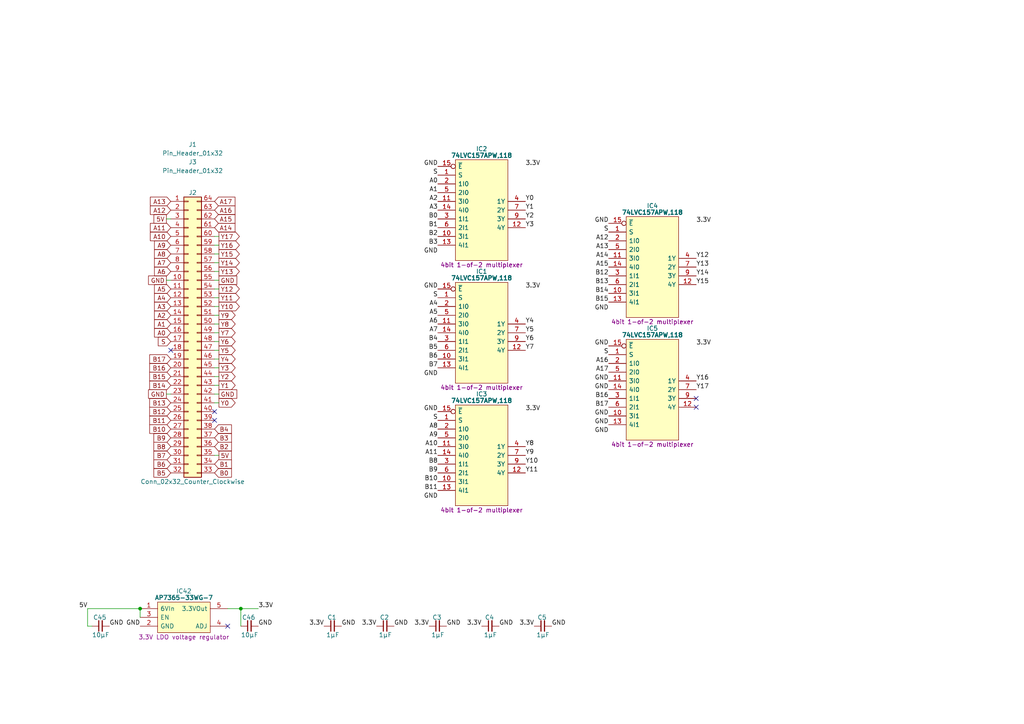
<source format=kicad_sch>
(kicad_sch
	(version 20231120)
	(generator "eeschema")
	(generator_version "8.0")
	(uuid "5ce90b85-49a2-4937-86c7-662b0d6f8431")
	(paper "A4")
	(title_block
		(title "Selector 18bit")
		(date "2024-02-13")
		(rev "V1")
	)
	(lib_symbols
		(symbol "Connector_Generic:Conn_02x32_Counter_Clockwise"
			(pin_names
				(offset 1.016) hide)
			(exclude_from_sim no)
			(in_bom yes)
			(on_board yes)
			(property "Reference" "J"
				(at 1.27 40.64 0)
				(effects
					(font
						(size 1.27 1.27)
					)
				)
			)
			(property "Value" "Conn_02x32_Counter_Clockwise"
				(at 1.27 -43.18 0)
				(effects
					(font
						(size 1.27 1.27)
					)
				)
			)
			(property "Footprint" ""
				(at 0 0 0)
				(effects
					(font
						(size 1.27 1.27)
					)
					(hide yes)
				)
			)
			(property "Datasheet" "~"
				(at 0 0 0)
				(effects
					(font
						(size 1.27 1.27)
					)
					(hide yes)
				)
			)
			(property "Description" "Generic connector, double row, 02x32, counter clockwise pin numbering scheme (similar to DIP package numbering), script generated (kicad-library-utils/schlib/autogen/connector/)"
				(at 0 0 0)
				(effects
					(font
						(size 1.27 1.27)
					)
					(hide yes)
				)
			)
			(property "ki_keywords" "connector"
				(at 0 0 0)
				(effects
					(font
						(size 1.27 1.27)
					)
					(hide yes)
				)
			)
			(property "ki_fp_filters" "Connector*:*_2x??_*"
				(at 0 0 0)
				(effects
					(font
						(size 1.27 1.27)
					)
					(hide yes)
				)
			)
			(symbol "Conn_02x32_Counter_Clockwise_1_1"
				(rectangle
					(start -1.27 -40.513)
					(end 0 -40.767)
					(stroke
						(width 0.1524)
						(type default)
					)
					(fill
						(type none)
					)
				)
				(rectangle
					(start -1.27 -37.973)
					(end 0 -38.227)
					(stroke
						(width 0.1524)
						(type default)
					)
					(fill
						(type none)
					)
				)
				(rectangle
					(start -1.27 -35.433)
					(end 0 -35.687)
					(stroke
						(width 0.1524)
						(type default)
					)
					(fill
						(type none)
					)
				)
				(rectangle
					(start -1.27 -32.893)
					(end 0 -33.147)
					(stroke
						(width 0.1524)
						(type default)
					)
					(fill
						(type none)
					)
				)
				(rectangle
					(start -1.27 -30.353)
					(end 0 -30.607)
					(stroke
						(width 0.1524)
						(type default)
					)
					(fill
						(type none)
					)
				)
				(rectangle
					(start -1.27 -27.813)
					(end 0 -28.067)
					(stroke
						(width 0.1524)
						(type default)
					)
					(fill
						(type none)
					)
				)
				(rectangle
					(start -1.27 -25.273)
					(end 0 -25.527)
					(stroke
						(width 0.1524)
						(type default)
					)
					(fill
						(type none)
					)
				)
				(rectangle
					(start -1.27 -22.733)
					(end 0 -22.987)
					(stroke
						(width 0.1524)
						(type default)
					)
					(fill
						(type none)
					)
				)
				(rectangle
					(start -1.27 -20.193)
					(end 0 -20.447)
					(stroke
						(width 0.1524)
						(type default)
					)
					(fill
						(type none)
					)
				)
				(rectangle
					(start -1.27 -17.653)
					(end 0 -17.907)
					(stroke
						(width 0.1524)
						(type default)
					)
					(fill
						(type none)
					)
				)
				(rectangle
					(start -1.27 -15.113)
					(end 0 -15.367)
					(stroke
						(width 0.1524)
						(type default)
					)
					(fill
						(type none)
					)
				)
				(rectangle
					(start -1.27 -12.573)
					(end 0 -12.827)
					(stroke
						(width 0.1524)
						(type default)
					)
					(fill
						(type none)
					)
				)
				(rectangle
					(start -1.27 -10.033)
					(end 0 -10.287)
					(stroke
						(width 0.1524)
						(type default)
					)
					(fill
						(type none)
					)
				)
				(rectangle
					(start -1.27 -7.493)
					(end 0 -7.747)
					(stroke
						(width 0.1524)
						(type default)
					)
					(fill
						(type none)
					)
				)
				(rectangle
					(start -1.27 -4.953)
					(end 0 -5.207)
					(stroke
						(width 0.1524)
						(type default)
					)
					(fill
						(type none)
					)
				)
				(rectangle
					(start -1.27 -2.413)
					(end 0 -2.667)
					(stroke
						(width 0.1524)
						(type default)
					)
					(fill
						(type none)
					)
				)
				(rectangle
					(start -1.27 0.127)
					(end 0 -0.127)
					(stroke
						(width 0.1524)
						(type default)
					)
					(fill
						(type none)
					)
				)
				(rectangle
					(start -1.27 2.667)
					(end 0 2.413)
					(stroke
						(width 0.1524)
						(type default)
					)
					(fill
						(type none)
					)
				)
				(rectangle
					(start -1.27 5.207)
					(end 0 4.953)
					(stroke
						(width 0.1524)
						(type default)
					)
					(fill
						(type none)
					)
				)
				(rectangle
					(start -1.27 7.747)
					(end 0 7.493)
					(stroke
						(width 0.1524)
						(type default)
					)
					(fill
						(type none)
					)
				)
				(rectangle
					(start -1.27 10.287)
					(end 0 10.033)
					(stroke
						(width 0.1524)
						(type default)
					)
					(fill
						(type none)
					)
				)
				(rectangle
					(start -1.27 12.827)
					(end 0 12.573)
					(stroke
						(width 0.1524)
						(type default)
					)
					(fill
						(type none)
					)
				)
				(rectangle
					(start -1.27 15.367)
					(end 0 15.113)
					(stroke
						(width 0.1524)
						(type default)
					)
					(fill
						(type none)
					)
				)
				(rectangle
					(start -1.27 17.907)
					(end 0 17.653)
					(stroke
						(width 0.1524)
						(type default)
					)
					(fill
						(type none)
					)
				)
				(rectangle
					(start -1.27 20.447)
					(end 0 20.193)
					(stroke
						(width 0.1524)
						(type default)
					)
					(fill
						(type none)
					)
				)
				(rectangle
					(start -1.27 22.987)
					(end 0 22.733)
					(stroke
						(width 0.1524)
						(type default)
					)
					(fill
						(type none)
					)
				)
				(rectangle
					(start -1.27 25.527)
					(end 0 25.273)
					(stroke
						(width 0.1524)
						(type default)
					)
					(fill
						(type none)
					)
				)
				(rectangle
					(start -1.27 28.067)
					(end 0 27.813)
					(stroke
						(width 0.1524)
						(type default)
					)
					(fill
						(type none)
					)
				)
				(rectangle
					(start -1.27 30.607)
					(end 0 30.353)
					(stroke
						(width 0.1524)
						(type default)
					)
					(fill
						(type none)
					)
				)
				(rectangle
					(start -1.27 33.147)
					(end 0 32.893)
					(stroke
						(width 0.1524)
						(type default)
					)
					(fill
						(type none)
					)
				)
				(rectangle
					(start -1.27 35.687)
					(end 0 35.433)
					(stroke
						(width 0.1524)
						(type default)
					)
					(fill
						(type none)
					)
				)
				(rectangle
					(start -1.27 38.227)
					(end 0 37.973)
					(stroke
						(width 0.1524)
						(type default)
					)
					(fill
						(type none)
					)
				)
				(rectangle
					(start -1.27 39.37)
					(end 3.81 -41.91)
					(stroke
						(width 0.254)
						(type default)
					)
					(fill
						(type background)
					)
				)
				(rectangle
					(start 3.81 -40.513)
					(end 2.54 -40.767)
					(stroke
						(width 0.1524)
						(type default)
					)
					(fill
						(type none)
					)
				)
				(rectangle
					(start 3.81 -37.973)
					(end 2.54 -38.227)
					(stroke
						(width 0.1524)
						(type default)
					)
					(fill
						(type none)
					)
				)
				(rectangle
					(start 3.81 -35.433)
					(end 2.54 -35.687)
					(stroke
						(width 0.1524)
						(type default)
					)
					(fill
						(type none)
					)
				)
				(rectangle
					(start 3.81 -32.893)
					(end 2.54 -33.147)
					(stroke
						(width 0.1524)
						(type default)
					)
					(fill
						(type none)
					)
				)
				(rectangle
					(start 3.81 -30.353)
					(end 2.54 -30.607)
					(stroke
						(width 0.1524)
						(type default)
					)
					(fill
						(type none)
					)
				)
				(rectangle
					(start 3.81 -27.813)
					(end 2.54 -28.067)
					(stroke
						(width 0.1524)
						(type default)
					)
					(fill
						(type none)
					)
				)
				(rectangle
					(start 3.81 -25.273)
					(end 2.54 -25.527)
					(stroke
						(width 0.1524)
						(type default)
					)
					(fill
						(type none)
					)
				)
				(rectangle
					(start 3.81 -22.733)
					(end 2.54 -22.987)
					(stroke
						(width 0.1524)
						(type default)
					)
					(fill
						(type none)
					)
				)
				(rectangle
					(start 3.81 -20.193)
					(end 2.54 -20.447)
					(stroke
						(width 0.1524)
						(type default)
					)
					(fill
						(type none)
					)
				)
				(rectangle
					(start 3.81 -17.653)
					(end 2.54 -17.907)
					(stroke
						(width 0.1524)
						(type default)
					)
					(fill
						(type none)
					)
				)
				(rectangle
					(start 3.81 -15.113)
					(end 2.54 -15.367)
					(stroke
						(width 0.1524)
						(type default)
					)
					(fill
						(type none)
					)
				)
				(rectangle
					(start 3.81 -12.573)
					(end 2.54 -12.827)
					(stroke
						(width 0.1524)
						(type default)
					)
					(fill
						(type none)
					)
				)
				(rectangle
					(start 3.81 -10.033)
					(end 2.54 -10.287)
					(stroke
						(width 0.1524)
						(type default)
					)
					(fill
						(type none)
					)
				)
				(rectangle
					(start 3.81 -7.493)
					(end 2.54 -7.747)
					(stroke
						(width 0.1524)
						(type default)
					)
					(fill
						(type none)
					)
				)
				(rectangle
					(start 3.81 -4.953)
					(end 2.54 -5.207)
					(stroke
						(width 0.1524)
						(type default)
					)
					(fill
						(type none)
					)
				)
				(rectangle
					(start 3.81 -2.413)
					(end 2.54 -2.667)
					(stroke
						(width 0.1524)
						(type default)
					)
					(fill
						(type none)
					)
				)
				(rectangle
					(start 3.81 0.127)
					(end 2.54 -0.127)
					(stroke
						(width 0.1524)
						(type default)
					)
					(fill
						(type none)
					)
				)
				(rectangle
					(start 3.81 2.667)
					(end 2.54 2.413)
					(stroke
						(width 0.1524)
						(type default)
					)
					(fill
						(type none)
					)
				)
				(rectangle
					(start 3.81 5.207)
					(end 2.54 4.953)
					(stroke
						(width 0.1524)
						(type default)
					)
					(fill
						(type none)
					)
				)
				(rectangle
					(start 3.81 7.747)
					(end 2.54 7.493)
					(stroke
						(width 0.1524)
						(type default)
					)
					(fill
						(type none)
					)
				)
				(rectangle
					(start 3.81 10.287)
					(end 2.54 10.033)
					(stroke
						(width 0.1524)
						(type default)
					)
					(fill
						(type none)
					)
				)
				(rectangle
					(start 3.81 12.827)
					(end 2.54 12.573)
					(stroke
						(width 0.1524)
						(type default)
					)
					(fill
						(type none)
					)
				)
				(rectangle
					(start 3.81 15.367)
					(end 2.54 15.113)
					(stroke
						(width 0.1524)
						(type default)
					)
					(fill
						(type none)
					)
				)
				(rectangle
					(start 3.81 17.907)
					(end 2.54 17.653)
					(stroke
						(width 0.1524)
						(type default)
					)
					(fill
						(type none)
					)
				)
				(rectangle
					(start 3.81 20.447)
					(end 2.54 20.193)
					(stroke
						(width 0.1524)
						(type default)
					)
					(fill
						(type none)
					)
				)
				(rectangle
					(start 3.81 22.987)
					(end 2.54 22.733)
					(stroke
						(width 0.1524)
						(type default)
					)
					(fill
						(type none)
					)
				)
				(rectangle
					(start 3.81 25.527)
					(end 2.54 25.273)
					(stroke
						(width 0.1524)
						(type default)
					)
					(fill
						(type none)
					)
				)
				(rectangle
					(start 3.81 28.067)
					(end 2.54 27.813)
					(stroke
						(width 0.1524)
						(type default)
					)
					(fill
						(type none)
					)
				)
				(rectangle
					(start 3.81 30.607)
					(end 2.54 30.353)
					(stroke
						(width 0.1524)
						(type default)
					)
					(fill
						(type none)
					)
				)
				(rectangle
					(start 3.81 33.147)
					(end 2.54 32.893)
					(stroke
						(width 0.1524)
						(type default)
					)
					(fill
						(type none)
					)
				)
				(rectangle
					(start 3.81 35.687)
					(end 2.54 35.433)
					(stroke
						(width 0.1524)
						(type default)
					)
					(fill
						(type none)
					)
				)
				(rectangle
					(start 3.81 38.227)
					(end 2.54 37.973)
					(stroke
						(width 0.1524)
						(type default)
					)
					(fill
						(type none)
					)
				)
				(pin passive line
					(at -5.08 38.1 0)
					(length 3.81)
					(name "Pin_1"
						(effects
							(font
								(size 1.27 1.27)
							)
						)
					)
					(number "1"
						(effects
							(font
								(size 1.27 1.27)
							)
						)
					)
				)
				(pin passive line
					(at -5.08 15.24 0)
					(length 3.81)
					(name "Pin_10"
						(effects
							(font
								(size 1.27 1.27)
							)
						)
					)
					(number "10"
						(effects
							(font
								(size 1.27 1.27)
							)
						)
					)
				)
				(pin passive line
					(at -5.08 12.7 0)
					(length 3.81)
					(name "Pin_11"
						(effects
							(font
								(size 1.27 1.27)
							)
						)
					)
					(number "11"
						(effects
							(font
								(size 1.27 1.27)
							)
						)
					)
				)
				(pin passive line
					(at -5.08 10.16 0)
					(length 3.81)
					(name "Pin_12"
						(effects
							(font
								(size 1.27 1.27)
							)
						)
					)
					(number "12"
						(effects
							(font
								(size 1.27 1.27)
							)
						)
					)
				)
				(pin passive line
					(at -5.08 7.62 0)
					(length 3.81)
					(name "Pin_13"
						(effects
							(font
								(size 1.27 1.27)
							)
						)
					)
					(number "13"
						(effects
							(font
								(size 1.27 1.27)
							)
						)
					)
				)
				(pin passive line
					(at -5.08 5.08 0)
					(length 3.81)
					(name "Pin_14"
						(effects
							(font
								(size 1.27 1.27)
							)
						)
					)
					(number "14"
						(effects
							(font
								(size 1.27 1.27)
							)
						)
					)
				)
				(pin passive line
					(at -5.08 2.54 0)
					(length 3.81)
					(name "Pin_15"
						(effects
							(font
								(size 1.27 1.27)
							)
						)
					)
					(number "15"
						(effects
							(font
								(size 1.27 1.27)
							)
						)
					)
				)
				(pin passive line
					(at -5.08 0 0)
					(length 3.81)
					(name "Pin_16"
						(effects
							(font
								(size 1.27 1.27)
							)
						)
					)
					(number "16"
						(effects
							(font
								(size 1.27 1.27)
							)
						)
					)
				)
				(pin passive line
					(at -5.08 -2.54 0)
					(length 3.81)
					(name "Pin_17"
						(effects
							(font
								(size 1.27 1.27)
							)
						)
					)
					(number "17"
						(effects
							(font
								(size 1.27 1.27)
							)
						)
					)
				)
				(pin passive line
					(at -5.08 -5.08 0)
					(length 3.81)
					(name "Pin_18"
						(effects
							(font
								(size 1.27 1.27)
							)
						)
					)
					(number "18"
						(effects
							(font
								(size 1.27 1.27)
							)
						)
					)
				)
				(pin passive line
					(at -5.08 -7.62 0)
					(length 3.81)
					(name "Pin_19"
						(effects
							(font
								(size 1.27 1.27)
							)
						)
					)
					(number "19"
						(effects
							(font
								(size 1.27 1.27)
							)
						)
					)
				)
				(pin passive line
					(at -5.08 35.56 0)
					(length 3.81)
					(name "Pin_2"
						(effects
							(font
								(size 1.27 1.27)
							)
						)
					)
					(number "2"
						(effects
							(font
								(size 1.27 1.27)
							)
						)
					)
				)
				(pin passive line
					(at -5.08 -10.16 0)
					(length 3.81)
					(name "Pin_20"
						(effects
							(font
								(size 1.27 1.27)
							)
						)
					)
					(number "20"
						(effects
							(font
								(size 1.27 1.27)
							)
						)
					)
				)
				(pin passive line
					(at -5.08 -12.7 0)
					(length 3.81)
					(name "Pin_21"
						(effects
							(font
								(size 1.27 1.27)
							)
						)
					)
					(number "21"
						(effects
							(font
								(size 1.27 1.27)
							)
						)
					)
				)
				(pin passive line
					(at -5.08 -15.24 0)
					(length 3.81)
					(name "Pin_22"
						(effects
							(font
								(size 1.27 1.27)
							)
						)
					)
					(number "22"
						(effects
							(font
								(size 1.27 1.27)
							)
						)
					)
				)
				(pin passive line
					(at -5.08 -17.78 0)
					(length 3.81)
					(name "Pin_23"
						(effects
							(font
								(size 1.27 1.27)
							)
						)
					)
					(number "23"
						(effects
							(font
								(size 1.27 1.27)
							)
						)
					)
				)
				(pin passive line
					(at -5.08 -20.32 0)
					(length 3.81)
					(name "Pin_24"
						(effects
							(font
								(size 1.27 1.27)
							)
						)
					)
					(number "24"
						(effects
							(font
								(size 1.27 1.27)
							)
						)
					)
				)
				(pin passive line
					(at -5.08 -22.86 0)
					(length 3.81)
					(name "Pin_25"
						(effects
							(font
								(size 1.27 1.27)
							)
						)
					)
					(number "25"
						(effects
							(font
								(size 1.27 1.27)
							)
						)
					)
				)
				(pin passive line
					(at -5.08 -25.4 0)
					(length 3.81)
					(name "Pin_26"
						(effects
							(font
								(size 1.27 1.27)
							)
						)
					)
					(number "26"
						(effects
							(font
								(size 1.27 1.27)
							)
						)
					)
				)
				(pin passive line
					(at -5.08 -27.94 0)
					(length 3.81)
					(name "Pin_27"
						(effects
							(font
								(size 1.27 1.27)
							)
						)
					)
					(number "27"
						(effects
							(font
								(size 1.27 1.27)
							)
						)
					)
				)
				(pin passive line
					(at -5.08 -30.48 0)
					(length 3.81)
					(name "Pin_28"
						(effects
							(font
								(size 1.27 1.27)
							)
						)
					)
					(number "28"
						(effects
							(font
								(size 1.27 1.27)
							)
						)
					)
				)
				(pin passive line
					(at -5.08 -33.02 0)
					(length 3.81)
					(name "Pin_29"
						(effects
							(font
								(size 1.27 1.27)
							)
						)
					)
					(number "29"
						(effects
							(font
								(size 1.27 1.27)
							)
						)
					)
				)
				(pin passive line
					(at -5.08 33.02 0)
					(length 3.81)
					(name "Pin_3"
						(effects
							(font
								(size 1.27 1.27)
							)
						)
					)
					(number "3"
						(effects
							(font
								(size 1.27 1.27)
							)
						)
					)
				)
				(pin passive line
					(at -5.08 -35.56 0)
					(length 3.81)
					(name "Pin_30"
						(effects
							(font
								(size 1.27 1.27)
							)
						)
					)
					(number "30"
						(effects
							(font
								(size 1.27 1.27)
							)
						)
					)
				)
				(pin passive line
					(at -5.08 -38.1 0)
					(length 3.81)
					(name "Pin_31"
						(effects
							(font
								(size 1.27 1.27)
							)
						)
					)
					(number "31"
						(effects
							(font
								(size 1.27 1.27)
							)
						)
					)
				)
				(pin passive line
					(at -5.08 -40.64 0)
					(length 3.81)
					(name "Pin_32"
						(effects
							(font
								(size 1.27 1.27)
							)
						)
					)
					(number "32"
						(effects
							(font
								(size 1.27 1.27)
							)
						)
					)
				)
				(pin passive line
					(at 7.62 -40.64 180)
					(length 3.81)
					(name "Pin_33"
						(effects
							(font
								(size 1.27 1.27)
							)
						)
					)
					(number "33"
						(effects
							(font
								(size 1.27 1.27)
							)
						)
					)
				)
				(pin passive line
					(at 7.62 -38.1 180)
					(length 3.81)
					(name "Pin_34"
						(effects
							(font
								(size 1.27 1.27)
							)
						)
					)
					(number "34"
						(effects
							(font
								(size 1.27 1.27)
							)
						)
					)
				)
				(pin passive line
					(at 7.62 -35.56 180)
					(length 3.81)
					(name "Pin_35"
						(effects
							(font
								(size 1.27 1.27)
							)
						)
					)
					(number "35"
						(effects
							(font
								(size 1.27 1.27)
							)
						)
					)
				)
				(pin passive line
					(at 7.62 -33.02 180)
					(length 3.81)
					(name "Pin_36"
						(effects
							(font
								(size 1.27 1.27)
							)
						)
					)
					(number "36"
						(effects
							(font
								(size 1.27 1.27)
							)
						)
					)
				)
				(pin passive line
					(at 7.62 -30.48 180)
					(length 3.81)
					(name "Pin_37"
						(effects
							(font
								(size 1.27 1.27)
							)
						)
					)
					(number "37"
						(effects
							(font
								(size 1.27 1.27)
							)
						)
					)
				)
				(pin passive line
					(at 7.62 -27.94 180)
					(length 3.81)
					(name "Pin_38"
						(effects
							(font
								(size 1.27 1.27)
							)
						)
					)
					(number "38"
						(effects
							(font
								(size 1.27 1.27)
							)
						)
					)
				)
				(pin passive line
					(at 7.62 -25.4 180)
					(length 3.81)
					(name "Pin_39"
						(effects
							(font
								(size 1.27 1.27)
							)
						)
					)
					(number "39"
						(effects
							(font
								(size 1.27 1.27)
							)
						)
					)
				)
				(pin passive line
					(at -5.08 30.48 0)
					(length 3.81)
					(name "Pin_4"
						(effects
							(font
								(size 1.27 1.27)
							)
						)
					)
					(number "4"
						(effects
							(font
								(size 1.27 1.27)
							)
						)
					)
				)
				(pin passive line
					(at 7.62 -22.86 180)
					(length 3.81)
					(name "Pin_40"
						(effects
							(font
								(size 1.27 1.27)
							)
						)
					)
					(number "40"
						(effects
							(font
								(size 1.27 1.27)
							)
						)
					)
				)
				(pin passive line
					(at 7.62 -20.32 180)
					(length 3.81)
					(name "Pin_41"
						(effects
							(font
								(size 1.27 1.27)
							)
						)
					)
					(number "41"
						(effects
							(font
								(size 1.27 1.27)
							)
						)
					)
				)
				(pin passive line
					(at 7.62 -17.78 180)
					(length 3.81)
					(name "Pin_42"
						(effects
							(font
								(size 1.27 1.27)
							)
						)
					)
					(number "42"
						(effects
							(font
								(size 1.27 1.27)
							)
						)
					)
				)
				(pin passive line
					(at 7.62 -15.24 180)
					(length 3.81)
					(name "Pin_43"
						(effects
							(font
								(size 1.27 1.27)
							)
						)
					)
					(number "43"
						(effects
							(font
								(size 1.27 1.27)
							)
						)
					)
				)
				(pin passive line
					(at 7.62 -12.7 180)
					(length 3.81)
					(name "Pin_44"
						(effects
							(font
								(size 1.27 1.27)
							)
						)
					)
					(number "44"
						(effects
							(font
								(size 1.27 1.27)
							)
						)
					)
				)
				(pin passive line
					(at 7.62 -10.16 180)
					(length 3.81)
					(name "Pin_45"
						(effects
							(font
								(size 1.27 1.27)
							)
						)
					)
					(number "45"
						(effects
							(font
								(size 1.27 1.27)
							)
						)
					)
				)
				(pin passive line
					(at 7.62 -7.62 180)
					(length 3.81)
					(name "Pin_46"
						(effects
							(font
								(size 1.27 1.27)
							)
						)
					)
					(number "46"
						(effects
							(font
								(size 1.27 1.27)
							)
						)
					)
				)
				(pin passive line
					(at 7.62 -5.08 180)
					(length 3.81)
					(name "Pin_47"
						(effects
							(font
								(size 1.27 1.27)
							)
						)
					)
					(number "47"
						(effects
							(font
								(size 1.27 1.27)
							)
						)
					)
				)
				(pin passive line
					(at 7.62 -2.54 180)
					(length 3.81)
					(name "Pin_48"
						(effects
							(font
								(size 1.27 1.27)
							)
						)
					)
					(number "48"
						(effects
							(font
								(size 1.27 1.27)
							)
						)
					)
				)
				(pin passive line
					(at 7.62 0 180)
					(length 3.81)
					(name "Pin_49"
						(effects
							(font
								(size 1.27 1.27)
							)
						)
					)
					(number "49"
						(effects
							(font
								(size 1.27 1.27)
							)
						)
					)
				)
				(pin passive line
					(at -5.08 27.94 0)
					(length 3.81)
					(name "Pin_5"
						(effects
							(font
								(size 1.27 1.27)
							)
						)
					)
					(number "5"
						(effects
							(font
								(size 1.27 1.27)
							)
						)
					)
				)
				(pin passive line
					(at 7.62 2.54 180)
					(length 3.81)
					(name "Pin_50"
						(effects
							(font
								(size 1.27 1.27)
							)
						)
					)
					(number "50"
						(effects
							(font
								(size 1.27 1.27)
							)
						)
					)
				)
				(pin passive line
					(at 7.62 5.08 180)
					(length 3.81)
					(name "Pin_51"
						(effects
							(font
								(size 1.27 1.27)
							)
						)
					)
					(number "51"
						(effects
							(font
								(size 1.27 1.27)
							)
						)
					)
				)
				(pin passive line
					(at 7.62 7.62 180)
					(length 3.81)
					(name "Pin_52"
						(effects
							(font
								(size 1.27 1.27)
							)
						)
					)
					(number "52"
						(effects
							(font
								(size 1.27 1.27)
							)
						)
					)
				)
				(pin passive line
					(at 7.62 10.16 180)
					(length 3.81)
					(name "Pin_53"
						(effects
							(font
								(size 1.27 1.27)
							)
						)
					)
					(number "53"
						(effects
							(font
								(size 1.27 1.27)
							)
						)
					)
				)
				(pin passive line
					(at 7.62 12.7 180)
					(length 3.81)
					(name "Pin_54"
						(effects
							(font
								(size 1.27 1.27)
							)
						)
					)
					(number "54"
						(effects
							(font
								(size 1.27 1.27)
							)
						)
					)
				)
				(pin passive line
					(at 7.62 15.24 180)
					(length 3.81)
					(name "Pin_55"
						(effects
							(font
								(size 1.27 1.27)
							)
						)
					)
					(number "55"
						(effects
							(font
								(size 1.27 1.27)
							)
						)
					)
				)
				(pin passive line
					(at 7.62 17.78 180)
					(length 3.81)
					(name "Pin_56"
						(effects
							(font
								(size 1.27 1.27)
							)
						)
					)
					(number "56"
						(effects
							(font
								(size 1.27 1.27)
							)
						)
					)
				)
				(pin passive line
					(at 7.62 20.32 180)
					(length 3.81)
					(name "Pin_57"
						(effects
							(font
								(size 1.27 1.27)
							)
						)
					)
					(number "57"
						(effects
							(font
								(size 1.27 1.27)
							)
						)
					)
				)
				(pin passive line
					(at 7.62 22.86 180)
					(length 3.81)
					(name "Pin_58"
						(effects
							(font
								(size 1.27 1.27)
							)
						)
					)
					(number "58"
						(effects
							(font
								(size 1.27 1.27)
							)
						)
					)
				)
				(pin passive line
					(at 7.62 25.4 180)
					(length 3.81)
					(name "Pin_59"
						(effects
							(font
								(size 1.27 1.27)
							)
						)
					)
					(number "59"
						(effects
							(font
								(size 1.27 1.27)
							)
						)
					)
				)
				(pin passive line
					(at -5.08 25.4 0)
					(length 3.81)
					(name "Pin_6"
						(effects
							(font
								(size 1.27 1.27)
							)
						)
					)
					(number "6"
						(effects
							(font
								(size 1.27 1.27)
							)
						)
					)
				)
				(pin passive line
					(at 7.62 27.94 180)
					(length 3.81)
					(name "Pin_60"
						(effects
							(font
								(size 1.27 1.27)
							)
						)
					)
					(number "60"
						(effects
							(font
								(size 1.27 1.27)
							)
						)
					)
				)
				(pin passive line
					(at 7.62 30.48 180)
					(length 3.81)
					(name "Pin_61"
						(effects
							(font
								(size 1.27 1.27)
							)
						)
					)
					(number "61"
						(effects
							(font
								(size 1.27 1.27)
							)
						)
					)
				)
				(pin passive line
					(at 7.62 33.02 180)
					(length 3.81)
					(name "Pin_62"
						(effects
							(font
								(size 1.27 1.27)
							)
						)
					)
					(number "62"
						(effects
							(font
								(size 1.27 1.27)
							)
						)
					)
				)
				(pin passive line
					(at 7.62 35.56 180)
					(length 3.81)
					(name "Pin_63"
						(effects
							(font
								(size 1.27 1.27)
							)
						)
					)
					(number "63"
						(effects
							(font
								(size 1.27 1.27)
							)
						)
					)
				)
				(pin passive line
					(at 7.62 38.1 180)
					(length 3.81)
					(name "Pin_64"
						(effects
							(font
								(size 1.27 1.27)
							)
						)
					)
					(number "64"
						(effects
							(font
								(size 1.27 1.27)
							)
						)
					)
				)
				(pin passive line
					(at -5.08 22.86 0)
					(length 3.81)
					(name "Pin_7"
						(effects
							(font
								(size 1.27 1.27)
							)
						)
					)
					(number "7"
						(effects
							(font
								(size 1.27 1.27)
							)
						)
					)
				)
				(pin passive line
					(at -5.08 20.32 0)
					(length 3.81)
					(name "Pin_8"
						(effects
							(font
								(size 1.27 1.27)
							)
						)
					)
					(number "8"
						(effects
							(font
								(size 1.27 1.27)
							)
						)
					)
				)
				(pin passive line
					(at -5.08 17.78 0)
					(length 3.81)
					(name "Pin_9"
						(effects
							(font
								(size 1.27 1.27)
							)
						)
					)
					(number "9"
						(effects
							(font
								(size 1.27 1.27)
							)
						)
					)
				)
			)
		)
		(symbol "Diodes_Inc:AP7365-33WG-7"
			(pin_names
				(offset 0.762)
			)
			(exclude_from_sim no)
			(in_bom yes)
			(on_board yes)
			(property "Reference" "IC"
				(at 12.7 5.08 0)
				(effects
					(font
						(size 1.27 1.27)
					)
				)
			)
			(property "Value" "AP7365-33WG-7"
				(at 12.7 3.175 0)
				(effects
					(font
						(size 1.27 1.27)
						(bold yes)
					)
				)
			)
			(property "Footprint" "SamacSys_Parts:SOT95P285X130-5N"
				(at 21.59 -14.605 0)
				(effects
					(font
						(size 1.27 1.27)
					)
					(justify left)
					(hide yes)
				)
			)
			(property "Datasheet" "https://componentsearchengine.com/Datasheets/1/AP7365-33WG-7.pdf"
				(at 21.59 -17.145 0)
				(effects
					(font
						(size 1.27 1.27)
					)
					(justify left)
					(hide yes)
				)
			)
			(property "Description" "3.3V LDO voltage regulator"
				(at 12.7 -8.255 0)
				(effects
					(font
						(size 1.27 1.27)
					)
				)
			)
			(property "Height" "1.3"
				(at 21.59 -19.685 0)
				(effects
					(font
						(size 1.27 1.27)
					)
					(justify left)
					(hide yes)
				)
			)
			(property "Manufacturer_Name" "Diodes Inc."
				(at 21.59 -22.225 0)
				(effects
					(font
						(size 1.27 1.27)
					)
					(justify left)
					(hide yes)
				)
			)
			(property "Manufacturer_Part_Number" "AP7365-33WG-7"
				(at 21.59 -24.765 0)
				(effects
					(font
						(size 1.27 1.27)
					)
					(justify left)
					(hide yes)
				)
			)
			(property "Mouser Part Number" "621-AP7365-33WG-7"
				(at 21.59 -27.305 0)
				(effects
					(font
						(size 1.27 1.27)
					)
					(justify left)
					(hide yes)
				)
			)
			(property "Mouser Price/Stock" "https://www.mouser.co.uk/ProductDetail/Diodes-Incorporated/AP7365-33WG-7?qs=abZ1nkZpTuOZFvxvoFPL0w%3D%3D"
				(at 21.59 -29.845 0)
				(effects
					(font
						(size 1.27 1.27)
					)
					(justify left)
					(hide yes)
				)
			)
			(property "Arrow Part Number" "AP7365-33WG-7"
				(at 21.59 -32.385 0)
				(effects
					(font
						(size 1.27 1.27)
					)
					(justify left)
					(hide yes)
				)
			)
			(property "Arrow Price/Stock" "https://www.arrow.com/en/products/ap7365-33wg-7/diodes-incorporated?region=nac"
				(at 21.59 -34.925 0)
				(effects
					(font
						(size 1.27 1.27)
					)
					(justify left)
					(hide yes)
				)
			)
			(property "Silkscreen" "AP7365"
				(at 21.59 -12.065 0)
				(effects
					(font
						(size 1.27 1.27)
					)
					(justify left)
					(hide yes)
				)
			)
			(symbol "AP7365-33WG-7_0_0"
				(pin passive line
					(at 0 -5.08 0)
					(length 5.08)
					(name "GND"
						(effects
							(font
								(size 1.27 1.27)
							)
						)
					)
					(number "2"
						(effects
							(font
								(size 1.27 1.27)
							)
						)
					)
				)
				(pin input line
					(at 0 -2.54 0)
					(length 5.08)
					(name "EN"
						(effects
							(font
								(size 1.27 1.27)
							)
						)
					)
					(number "3"
						(effects
							(font
								(size 1.27 1.27)
							)
						)
					)
				)
				(pin passive line
					(at 25.4 -5.08 180)
					(length 5.08)
					(name "ADJ"
						(effects
							(font
								(size 1.27 1.27)
							)
						)
					)
					(number "4"
						(effects
							(font
								(size 1.27 1.27)
							)
						)
					)
				)
			)
			(symbol "AP7365-33WG-7_0_1"
				(polyline
					(pts
						(xy 5.08 1.905) (xy 20.32 1.905) (xy 20.32 -6.985) (xy 5.08 -6.985) (xy 5.08 1.905)
					)
					(stroke
						(width 0)
						(type default)
					)
					(fill
						(type background)
					)
				)
			)
			(symbol "AP7365-33WG-7_1_0"
				(pin passive line
					(at 0 0 0)
					(length 5.08)
					(name "6VIn"
						(effects
							(font
								(size 1.27 1.27)
							)
						)
					)
					(number "1"
						(effects
							(font
								(size 1.27 1.27)
							)
						)
					)
				)
				(pin passive line
					(at 25.4 0 180)
					(length 5.08)
					(name "3.3VOut"
						(effects
							(font
								(size 1.27 1.27)
							)
						)
					)
					(number "5"
						(effects
							(font
								(size 1.27 1.27)
							)
						)
					)
				)
			)
		)
		(symbol "HCP65:C_0805"
			(pin_numbers hide)
			(pin_names
				(offset 0.254) hide)
			(exclude_from_sim no)
			(in_bom yes)
			(on_board yes)
			(property "Reference" "C"
				(at 2.286 2.54 0)
				(effects
					(font
						(size 1.27 1.27)
					)
				)
			)
			(property "Value" "?μF"
				(at 2.54 -2.54 0)
				(effects
					(font
						(size 1.27 1.27)
					)
				)
			)
			(property "Footprint" "SamacSys_Parts:C_0805"
				(at 16.764 -7.62 0)
				(effects
					(font
						(size 1.27 1.27)
					)
					(hide yes)
				)
			)
			(property "Datasheet" ""
				(at 2.2225 0.3175 90)
				(effects
					(font
						(size 1.27 1.27)
					)
					(hide yes)
				)
			)
			(property "Description" ""
				(at 0 0 0)
				(effects
					(font
						(size 1.27 1.27)
					)
					(hide yes)
				)
			)
			(property "ki_keywords" "capacitor cap"
				(at 0 0 0)
				(effects
					(font
						(size 1.27 1.27)
					)
					(hide yes)
				)
			)
			(property "ki_fp_filters" "C_*"
				(at 0 0 0)
				(effects
					(font
						(size 1.27 1.27)
					)
					(hide yes)
				)
			)
			(symbol "C_0805_0_1"
				(polyline
					(pts
						(xy 1.9685 -1.4605) (xy 1.9685 1.5875)
					)
					(stroke
						(width 0.3048)
						(type default)
					)
					(fill
						(type none)
					)
				)
				(polyline
					(pts
						(xy 2.9845 -1.4605) (xy 2.9845 1.5875)
					)
					(stroke
						(width 0.3302)
						(type default)
					)
					(fill
						(type none)
					)
				)
			)
			(symbol "C_0805_1_1"
				(pin passive line
					(at 0 0 0)
					(length 2.032)
					(name "~"
						(effects
							(font
								(size 1.27 1.27)
							)
						)
					)
					(number "1"
						(effects
							(font
								(size 1.27 1.27)
							)
						)
					)
				)
				(pin passive line
					(at 5.08 0 180)
					(length 2.032)
					(name "~"
						(effects
							(font
								(size 1.27 1.27)
							)
						)
					)
					(number "2"
						(effects
							(font
								(size 1.27 1.27)
							)
						)
					)
				)
			)
		)
		(symbol "HCP65:Pin_Header_01x32"
			(pin_names
				(offset 1.016) hide)
			(exclude_from_sim no)
			(in_bom yes)
			(on_board yes)
			(property "Reference" "J"
				(at 0 1.27 0)
				(effects
					(font
						(size 1.27 1.27)
					)
				)
			)
			(property "Value" "Pin_Header_01x32"
				(at 0 -1.27 0)
				(effects
					(font
						(size 1.27 1.27)
					)
				)
			)
			(property "Footprint" "SamacSys_Parts:PinHeader_1x32_P2.54mm_Vertical"
				(at 0 -3.81 0)
				(effects
					(font
						(size 1.27 1.27)
					)
					(hide yes)
				)
			)
			(property "Datasheet" "~"
				(at -5.08 0 0)
				(effects
					(font
						(size 1.27 1.27)
					)
					(hide yes)
				)
			)
			(property "Description" ""
				(at 0 0 0)
				(effects
					(font
						(size 1.27 1.27)
					)
					(hide yes)
				)
			)
			(property "ki_fp_filters" "Connector*:*_1x??_*"
				(at 0 0 0)
				(effects
					(font
						(size 1.27 1.27)
					)
					(hide yes)
				)
			)
		)
		(symbol "Nexperia:74LVC157APW,118"
			(pin_names
				(offset 0.762)
			)
			(exclude_from_sim no)
			(in_bom yes)
			(on_board yes)
			(property "Reference" "IC"
				(at 12.7 5.08 0)
				(effects
					(font
						(size 1.27 1.27)
					)
				)
			)
			(property "Value" "74LVC157APW,118"
				(at 12.7 3.175 0)
				(effects
					(font
						(size 1.27 1.27)
						(bold yes)
					)
				)
			)
			(property "Footprint" "SamacSys_Parts:SOP65P640X110-16N"
				(at 24.13 -33.655 0)
				(effects
					(font
						(size 1.27 1.27)
					)
					(justify left)
					(hide yes)
				)
			)
			(property "Datasheet" "https://assets.nexperia.com/documents/data-sheet/74LVC157A.pdf"
				(at 24.13 -36.195 0)
				(effects
					(font
						(size 1.27 1.27)
					)
					(justify left)
					(hide yes)
				)
			)
			(property "Description" "4bit 1-of-2 multiplexer"
				(at 12.7 -28.575 0)
				(effects
					(font
						(size 1.27 1.27)
					)
				)
			)
			(property "Height" "1.1"
				(at 24.13 -41.275 0)
				(effects
					(font
						(size 1.27 1.27)
					)
					(justify left)
					(hide yes)
				)
			)
			(property "Mouser Part Number" "771-74LVC157APW-T"
				(at 24.13 -43.815 0)
				(effects
					(font
						(size 1.27 1.27)
					)
					(justify left)
					(hide yes)
				)
			)
			(property "Mouser Price/Stock" "https://www.mouser.co.uk/ProductDetail/Nexperia/74LVC157APW118?qs=me8TqzrmIYWzCqHfrjyLrQ%3D%3D"
				(at 24.13 -46.355 0)
				(effects
					(font
						(size 1.27 1.27)
					)
					(justify left)
					(hide yes)
				)
			)
			(property "Manufacturer_Name" "Nexperia"
				(at 24.13 -48.895 0)
				(effects
					(font
						(size 1.27 1.27)
					)
					(justify left)
					(hide yes)
				)
			)
			(property "Manufacturer_Part_Number" "74LVC157APW,118"
				(at 24.13 -51.435 0)
				(effects
					(font
						(size 1.27 1.27)
					)
					(justify left)
					(hide yes)
				)
			)
			(property "Silkscreen" "74LVC157"
				(at 24.13 -38.735 0)
				(effects
					(font
						(size 1.27 1.27)
					)
					(justify left)
					(hide yes)
				)
			)
			(symbol "74LVC157APW,118_0_0"
				(pin input line
					(at 0 -2.54 0)
					(length 5.08)
					(name "S"
						(effects
							(font
								(size 1.27 1.27)
							)
						)
					)
					(number "1"
						(effects
							(font
								(size 1.27 1.27)
							)
						)
					)
				)
				(pin input line
					(at 0 -20.32 0)
					(length 5.08)
					(name "3I1"
						(effects
							(font
								(size 1.27 1.27)
							)
						)
					)
					(number "10"
						(effects
							(font
								(size 1.27 1.27)
							)
						)
					)
				)
				(pin input line
					(at 0 -10.16 0)
					(length 5.08)
					(name "3I0"
						(effects
							(font
								(size 1.27 1.27)
							)
						)
					)
					(number "11"
						(effects
							(font
								(size 1.27 1.27)
							)
						)
					)
				)
				(pin output line
					(at 25.4 -17.78 180)
					(length 5.08)
					(name "4Y"
						(effects
							(font
								(size 1.27 1.27)
							)
						)
					)
					(number "12"
						(effects
							(font
								(size 1.27 1.27)
							)
						)
					)
				)
				(pin input line
					(at 0 -22.86 0)
					(length 5.08)
					(name "4I1"
						(effects
							(font
								(size 1.27 1.27)
							)
						)
					)
					(number "13"
						(effects
							(font
								(size 1.27 1.27)
							)
						)
					)
				)
				(pin input line
					(at 0 -12.7 0)
					(length 5.08)
					(name "4I0"
						(effects
							(font
								(size 1.27 1.27)
							)
						)
					)
					(number "14"
						(effects
							(font
								(size 1.27 1.27)
							)
						)
					)
				)
				(pin passive line
					(at 25.4 0 180)
					(length 5.08) hide
					(name "3V"
						(effects
							(font
								(size 1.27 1.27)
							)
						)
					)
					(number "16"
						(effects
							(font
								(size 1.27 1.27)
							)
						)
					)
				)
				(pin input line
					(at 0 -5.08 0)
					(length 5.08)
					(name "1I0"
						(effects
							(font
								(size 1.27 1.27)
							)
						)
					)
					(number "2"
						(effects
							(font
								(size 1.27 1.27)
							)
						)
					)
				)
				(pin input line
					(at 0 -15.24 0)
					(length 5.08)
					(name "1I1"
						(effects
							(font
								(size 1.27 1.27)
							)
						)
					)
					(number "3"
						(effects
							(font
								(size 1.27 1.27)
							)
						)
					)
				)
				(pin output line
					(at 25.4 -10.16 180)
					(length 5.08)
					(name "1Y"
						(effects
							(font
								(size 1.27 1.27)
							)
						)
					)
					(number "4"
						(effects
							(font
								(size 1.27 1.27)
							)
						)
					)
				)
				(pin input line
					(at 0 -7.62 0)
					(length 5.08)
					(name "2I0"
						(effects
							(font
								(size 1.27 1.27)
							)
						)
					)
					(number "5"
						(effects
							(font
								(size 1.27 1.27)
							)
						)
					)
				)
				(pin input line
					(at 0 -17.78 0)
					(length 5.08)
					(name "2I1"
						(effects
							(font
								(size 1.27 1.27)
							)
						)
					)
					(number "6"
						(effects
							(font
								(size 1.27 1.27)
							)
						)
					)
				)
				(pin output line
					(at 25.4 -12.7 180)
					(length 5.08)
					(name "2Y"
						(effects
							(font
								(size 1.27 1.27)
							)
						)
					)
					(number "7"
						(effects
							(font
								(size 1.27 1.27)
							)
						)
					)
				)
				(pin passive line
					(at 0 -25.4 0)
					(length 5.08) hide
					(name "GND"
						(effects
							(font
								(size 1.27 1.27)
							)
						)
					)
					(number "8"
						(effects
							(font
								(size 1.27 1.27)
							)
						)
					)
				)
				(pin output line
					(at 25.4 -15.24 180)
					(length 5.08)
					(name "3Y"
						(effects
							(font
								(size 1.27 1.27)
							)
						)
					)
					(number "9"
						(effects
							(font
								(size 1.27 1.27)
							)
						)
					)
				)
			)
			(symbol "74LVC157APW,118_0_1"
				(polyline
					(pts
						(xy 5.08 1.905) (xy 20.32 1.905) (xy 20.32 -27.305) (xy 5.08 -27.305) (xy 5.08 1.905)
					)
					(stroke
						(width 0.1524)
						(type default)
					)
					(fill
						(type background)
					)
				)
			)
			(symbol "74LVC157APW,118_1_0"
				(pin input inverted
					(at 0 0 0)
					(length 5.08)
					(name "~{E}"
						(effects
							(font
								(size 1.27 1.27)
							)
						)
					)
					(number "15"
						(effects
							(font
								(size 1.27 1.27)
							)
						)
					)
				)
			)
		)
	)
	(junction
		(at 40.64 176.53)
		(diameter 0)
		(color 0 0 0 0)
		(uuid "0a122cb0-31e0-4466-a4cd-94c26ee87bba")
	)
	(junction
		(at 69.85 176.53)
		(diameter 0)
		(color 0 0 0 0)
		(uuid "2777e7b6-bf8d-4ac1-980c-e64b6c164147")
	)
	(no_connect
		(at 201.93 115.57)
		(uuid "2cbf659b-7001-4f2a-b591-12ca550d75db")
	)
	(no_connect
		(at 66.04 181.61)
		(uuid "3f9fe8a2-767d-4c86-a05c-a52b74c3284d")
	)
	(no_connect
		(at 62.23 121.92)
		(uuid "796a2b6e-fca9-4988-8f19-b0e81f6d986f")
	)
	(no_connect
		(at 201.93 118.11)
		(uuid "8dd3e476-a56c-4e34-b659-3db82437b99f")
	)
	(no_connect
		(at 62.23 119.38)
		(uuid "c7f82ce9-7866-487b-9794-0f5b2f84d59d")
	)
	(no_connect
		(at 49.53 101.6)
		(uuid "ca9dba3d-4e10-4881-8e23-b027e1063b74")
	)
	(wire
		(pts
			(xy 63.5 116.84) (xy 62.23 116.84)
		)
		(stroke
			(width 0)
			(type default)
		)
		(uuid "068970ba-9a09-47b3-b5be-ab46368e7250")
	)
	(wire
		(pts
			(xy 63.5 111.76) (xy 62.23 111.76)
		)
		(stroke
			(width 0)
			(type default)
		)
		(uuid "0d801fa1-cc30-4d8c-a56f-6a53324b7f95")
	)
	(wire
		(pts
			(xy 25.4 181.61) (xy 26.67 181.61)
		)
		(stroke
			(width 0)
			(type default)
		)
		(uuid "1a6e7e6d-328f-4ce1-a027-006892d4ddf3")
	)
	(wire
		(pts
			(xy 63.5 96.52) (xy 62.23 96.52)
		)
		(stroke
			(width 0)
			(type default)
		)
		(uuid "1c8f0fae-4090-4099-87c0-50ed7ffa6a45")
	)
	(wire
		(pts
			(xy 63.5 99.06) (xy 62.23 99.06)
		)
		(stroke
			(width 0)
			(type default)
		)
		(uuid "1d96acbd-2d2c-42b0-a2cc-1b6a08805989")
	)
	(wire
		(pts
			(xy 63.5 93.98) (xy 62.23 93.98)
		)
		(stroke
			(width 0)
			(type default)
		)
		(uuid "1dbc5b24-cc51-42d7-ab8b-d78f2e0e0f46")
	)
	(wire
		(pts
			(xy 40.64 176.53) (xy 40.64 179.07)
		)
		(stroke
			(width 0)
			(type default)
		)
		(uuid "25fe3c0d-9af1-447e-85d2-efefa83745bf")
	)
	(wire
		(pts
			(xy 63.5 68.58) (xy 62.23 68.58)
		)
		(stroke
			(width 0)
			(type default)
		)
		(uuid "2894ed54-4dba-43fc-bf23-536372186032")
	)
	(wire
		(pts
			(xy 63.5 101.6) (xy 62.23 101.6)
		)
		(stroke
			(width 0)
			(type default)
		)
		(uuid "29ad6617-7e48-4e66-8211-ed3d42f56031")
	)
	(wire
		(pts
			(xy 63.5 132.08) (xy 62.23 132.08)
		)
		(stroke
			(width 0)
			(type default)
		)
		(uuid "2d636121-65b8-4eea-a090-776c79ea3544")
	)
	(wire
		(pts
			(xy 63.5 106.68) (xy 62.23 106.68)
		)
		(stroke
			(width 0)
			(type default)
		)
		(uuid "38fb1726-c856-425f-b2b4-17a932a6bf87")
	)
	(wire
		(pts
			(xy 25.4 176.53) (xy 25.4 181.61)
		)
		(stroke
			(width 0)
			(type default)
		)
		(uuid "4879bce7-294f-4405-83c7-cf7362b1b0e1")
	)
	(wire
		(pts
			(xy 63.5 91.44) (xy 62.23 91.44)
		)
		(stroke
			(width 0)
			(type default)
		)
		(uuid "4e978003-c1f9-46a5-ba71-1030a9f3cb80")
	)
	(wire
		(pts
			(xy 63.5 114.3) (xy 62.23 114.3)
		)
		(stroke
			(width 0)
			(type default)
		)
		(uuid "5a717d83-b418-4015-a683-03142800183e")
	)
	(wire
		(pts
			(xy 69.85 181.61) (xy 69.85 176.53)
		)
		(stroke
			(width 0)
			(type default)
		)
		(uuid "5af93057-4b97-4de3-92da-4f8d1043b982")
	)
	(wire
		(pts
			(xy 63.5 88.9) (xy 62.23 88.9)
		)
		(stroke
			(width 0)
			(type default)
		)
		(uuid "5b0e0144-4ae6-48f7-9e7f-1699d3b2c1d8")
	)
	(wire
		(pts
			(xy 69.85 176.53) (xy 74.93 176.53)
		)
		(stroke
			(width 0)
			(type default)
		)
		(uuid "6c566be3-ee17-48b2-a569-fef5ab93258f")
	)
	(wire
		(pts
			(xy 48.26 114.3) (xy 49.53 114.3)
		)
		(stroke
			(width 0)
			(type default)
		)
		(uuid "7af41ae8-3b2a-4201-a4db-01930da4eb2b")
	)
	(wire
		(pts
			(xy 63.5 76.2) (xy 62.23 76.2)
		)
		(stroke
			(width 0)
			(type default)
		)
		(uuid "7f0542a1-2b26-4ff9-8faf-d1557afdd9ae")
	)
	(wire
		(pts
			(xy 66.04 176.53) (xy 69.85 176.53)
		)
		(stroke
			(width 0)
			(type default)
		)
		(uuid "806029b5-f2dd-411c-a7ba-47d8ba46e002")
	)
	(wire
		(pts
			(xy 48.26 63.5) (xy 49.53 63.5)
		)
		(stroke
			(width 0)
			(type default)
		)
		(uuid "838a38d9-fbe2-4631-a84e-c9125e3cf928")
	)
	(wire
		(pts
			(xy 63.5 83.82) (xy 62.23 83.82)
		)
		(stroke
			(width 0)
			(type default)
		)
		(uuid "87866de2-ca14-4427-b092-917e8674ea67")
	)
	(wire
		(pts
			(xy 63.5 86.36) (xy 62.23 86.36)
		)
		(stroke
			(width 0)
			(type default)
		)
		(uuid "8b14e339-dd6d-47c7-8b2a-ba5b0cfa3435")
	)
	(wire
		(pts
			(xy 63.5 71.12) (xy 62.23 71.12)
		)
		(stroke
			(width 0)
			(type default)
		)
		(uuid "9b1fffb5-e871-46bf-97ad-501c45ddc2d7")
	)
	(wire
		(pts
			(xy 48.26 81.28) (xy 49.53 81.28)
		)
		(stroke
			(width 0)
			(type default)
		)
		(uuid "aef26e97-41f9-4d79-a561-b8e8822deedc")
	)
	(wire
		(pts
			(xy 63.5 73.66) (xy 62.23 73.66)
		)
		(stroke
			(width 0)
			(type default)
		)
		(uuid "cd33e6b0-78f9-4548-b8a2-0823c5e49feb")
	)
	(wire
		(pts
			(xy 63.5 104.14) (xy 62.23 104.14)
		)
		(stroke
			(width 0)
			(type default)
		)
		(uuid "cdec9fc6-241c-4356-981d-a5c9960ccbd9")
	)
	(wire
		(pts
			(xy 63.5 78.74) (xy 62.23 78.74)
		)
		(stroke
			(width 0)
			(type default)
		)
		(uuid "d656fc35-493a-4bb9-803c-2c82a404c57f")
	)
	(wire
		(pts
			(xy 63.5 109.22) (xy 62.23 109.22)
		)
		(stroke
			(width 0)
			(type default)
		)
		(uuid "e44ce0e5-8e7d-422a-a741-217b175e685b")
	)
	(wire
		(pts
			(xy 63.5 81.28) (xy 62.23 81.28)
		)
		(stroke
			(width 0)
			(type default)
		)
		(uuid "f21d2db7-eda9-4252-951f-d0e5b6ce91cf")
	)
	(wire
		(pts
			(xy 25.4 176.53) (xy 40.64 176.53)
		)
		(stroke
			(width 0)
			(type default)
		)
		(uuid "ffc1f014-904f-4af6-a708-22aebfb1e687")
	)
	(label "3.3V"
		(at 201.93 100.33 0)
		(fields_autoplaced yes)
		(effects
			(font
				(size 1.27 1.27)
			)
			(justify left bottom)
		)
		(uuid "00886034-d741-4ed5-b98c-8ad9996a390d")
	)
	(label "S"
		(at 127 50.8 180)
		(fields_autoplaced yes)
		(effects
			(font
				(size 1.27 1.27)
			)
			(justify right bottom)
		)
		(uuid "011cd4ea-93be-46a7-ac45-7e9163d10ae4")
	)
	(label "B3"
		(at 127 71.12 180)
		(fields_autoplaced yes)
		(effects
			(font
				(size 1.27 1.27)
			)
			(justify right bottom)
		)
		(uuid "01797d08-92f5-48e6-9e69-05666aeb8351")
	)
	(label "A16"
		(at 176.53 105.41 180)
		(fields_autoplaced yes)
		(effects
			(font
				(size 1.27 1.27)
			)
			(justify right bottom)
		)
		(uuid "038285aa-26cd-4d7d-9c9a-fae3ab7e3e7a")
	)
	(label "A2"
		(at 127 58.42 180)
		(fields_autoplaced yes)
		(effects
			(font
				(size 1.27 1.27)
			)
			(justify right bottom)
		)
		(uuid "0387d2d8-9118-499b-94dd-2762f1c3b182")
	)
	(label "A9"
		(at 127 127 180)
		(fields_autoplaced yes)
		(effects
			(font
				(size 1.27 1.27)
			)
			(justify right bottom)
		)
		(uuid "041d0ffa-182c-42ad-8761-003a485c2360")
	)
	(label "GND"
		(at 144.78 181.61 0)
		(fields_autoplaced yes)
		(effects
			(font
				(size 1.27 1.27)
			)
			(justify left bottom)
		)
		(uuid "05142363-9661-437d-9fd1-00796280043c")
	)
	(label "GND"
		(at 127 119.38 180)
		(fields_autoplaced yes)
		(effects
			(font
				(size 1.27 1.27)
			)
			(justify right bottom)
		)
		(uuid "08d47126-67ac-49fb-a431-1891b91a2ede")
	)
	(label "GND"
		(at 127 144.78 180)
		(fields_autoplaced yes)
		(effects
			(font
				(size 1.27 1.27)
			)
			(justify right bottom)
		)
		(uuid "09dd5498-6ad9-4278-ab60-ea94e758ac9d")
	)
	(label "B16"
		(at 176.53 115.57 180)
		(fields_autoplaced yes)
		(effects
			(font
				(size 1.27 1.27)
			)
			(justify right bottom)
		)
		(uuid "0a73367c-3181-4157-a7c3-4d295d53e10c")
	)
	(label "GND"
		(at 176.53 100.33 180)
		(fields_autoplaced yes)
		(effects
			(font
				(size 1.27 1.27)
			)
			(justify right bottom)
		)
		(uuid "0b0d62e2-fa36-46c2-b26b-54917bbc4eca")
	)
	(label "B17"
		(at 176.53 118.11 180)
		(fields_autoplaced yes)
		(effects
			(font
				(size 1.27 1.27)
			)
			(justify right bottom)
		)
		(uuid "0e436fd3-747d-42b2-b8db-2bbd51820767")
	)
	(label "Y4"
		(at 152.4 93.98 0)
		(fields_autoplaced yes)
		(effects
			(font
				(size 1.27 1.27)
			)
			(justify left bottom)
		)
		(uuid "0eb094e0-1077-44c9-9d31-3d2364f23e39")
	)
	(label "Y17"
		(at 201.93 113.03 0)
		(fields_autoplaced yes)
		(effects
			(font
				(size 1.27 1.27)
			)
			(justify left bottom)
		)
		(uuid "1572bb6f-9fcd-4002-8529-944e3bc5eeac")
	)
	(label "GND"
		(at 176.53 120.65 180)
		(fields_autoplaced yes)
		(effects
			(font
				(size 1.27 1.27)
			)
			(justify right bottom)
		)
		(uuid "1e873b94-2788-4115-b4d5-ca131632027e")
	)
	(label "B4"
		(at 127 99.06 180)
		(fields_autoplaced yes)
		(effects
			(font
				(size 1.27 1.27)
			)
			(justify right bottom)
		)
		(uuid "284d4d84-5543-48d3-a4b6-e8892aec4ad3")
	)
	(label "S"
		(at 176.53 67.31 180)
		(fields_autoplaced yes)
		(effects
			(font
				(size 1.27 1.27)
			)
			(justify right bottom)
		)
		(uuid "2b184e37-bb7c-4f59-b2e1-fbf2c2ec8e18")
	)
	(label "B1"
		(at 127 66.04 180)
		(fields_autoplaced yes)
		(effects
			(font
				(size 1.27 1.27)
			)
			(justify right bottom)
		)
		(uuid "2baec346-6b7f-48d5-9afa-b1aad5678801")
	)
	(label "B2"
		(at 127 68.58 180)
		(fields_autoplaced yes)
		(effects
			(font
				(size 1.27 1.27)
			)
			(justify right bottom)
		)
		(uuid "2c43c207-0939-495f-949a-47d1fc7479d3")
	)
	(label "GND"
		(at 176.53 64.77 180)
		(fields_autoplaced yes)
		(effects
			(font
				(size 1.27 1.27)
			)
			(justify right bottom)
		)
		(uuid "309450f2-c918-4ccf-82d9-bb3786cb15de")
	)
	(label "Y10"
		(at 152.4 134.62 0)
		(fields_autoplaced yes)
		(effects
			(font
				(size 1.27 1.27)
			)
			(justify left bottom)
		)
		(uuid "321c3c3a-f0b3-4bd9-bc47-b2256545b632")
	)
	(label "GND"
		(at 176.53 113.03 180)
		(fields_autoplaced yes)
		(effects
			(font
				(size 1.27 1.27)
			)
			(justify right bottom)
		)
		(uuid "32275f18-7189-4ce0-a49c-0e1ea89f0435")
	)
	(label "B8"
		(at 127 134.62 180)
		(fields_autoplaced yes)
		(effects
			(font
				(size 1.27 1.27)
			)
			(justify right bottom)
		)
		(uuid "32e7928b-9180-4758-8072-578938afc925")
	)
	(label "A4"
		(at 127 88.9 180)
		(fields_autoplaced yes)
		(effects
			(font
				(size 1.27 1.27)
			)
			(justify right bottom)
		)
		(uuid "349edad0-78a1-4633-9b2f-ed451956ee78")
	)
	(label "Y8"
		(at 152.4 129.54 0)
		(fields_autoplaced yes)
		(effects
			(font
				(size 1.27 1.27)
			)
			(justify left bottom)
		)
		(uuid "3766d774-ca92-4798-9ce4-f998dc37708d")
	)
	(label "3.3V"
		(at 152.4 48.26 0)
		(fields_autoplaced yes)
		(effects
			(font
				(size 1.27 1.27)
			)
			(justify left bottom)
		)
		(uuid "3d58ed2b-d0d8-46b1-a26a-7fe7ff9b30a9")
	)
	(label "3.3V"
		(at 139.7 181.61 180)
		(fields_autoplaced yes)
		(effects
			(font
				(size 1.27 1.27)
			)
			(justify right bottom)
		)
		(uuid "3e752f13-578e-4bbe-9eb6-0bcadd082f53")
	)
	(label "B7"
		(at 127 106.68 180)
		(fields_autoplaced yes)
		(effects
			(font
				(size 1.27 1.27)
			)
			(justify right bottom)
		)
		(uuid "3fad9bbb-48f0-422d-a7ea-7d7f4cbf2cb2")
	)
	(label "3.3V"
		(at 152.4 119.38 0)
		(fields_autoplaced yes)
		(effects
			(font
				(size 1.27 1.27)
			)
			(justify left bottom)
		)
		(uuid "3faee97e-34cc-4985-b94c-9e4f58caa4b1")
	)
	(label "GND"
		(at 129.54 181.61 0)
		(fields_autoplaced yes)
		(effects
			(font
				(size 1.27 1.27)
			)
			(justify left bottom)
		)
		(uuid "40ecd580-66da-4813-8e42-2355cfb18683")
	)
	(label "Y2"
		(at 152.4 63.5 0)
		(fields_autoplaced yes)
		(effects
			(font
				(size 1.27 1.27)
			)
			(justify left bottom)
		)
		(uuid "4229252a-b3dc-47e7-a1b8-fc24e7fd6af1")
	)
	(label "S"
		(at 127 86.36 180)
		(fields_autoplaced yes)
		(effects
			(font
				(size 1.27 1.27)
			)
			(justify right bottom)
		)
		(uuid "43ac56c4-e90f-4565-99c9-22c2cc23816b")
	)
	(label "B0"
		(at 127 63.5 180)
		(fields_autoplaced yes)
		(effects
			(font
				(size 1.27 1.27)
			)
			(justify right bottom)
		)
		(uuid "525754de-f6ca-4eb7-93b4-acd50b66aad2")
	)
	(label "B9"
		(at 127 137.16 180)
		(fields_autoplaced yes)
		(effects
			(font
				(size 1.27 1.27)
			)
			(justify right bottom)
		)
		(uuid "52ceb2d8-2135-41f4-8de3-6e6f91363bf3")
	)
	(label "A8"
		(at 127 124.46 180)
		(fields_autoplaced yes)
		(effects
			(font
				(size 1.27 1.27)
			)
			(justify right bottom)
		)
		(uuid "54984a8e-1805-49ac-ab69-cb8e117c5ef4")
	)
	(label "3.3V"
		(at 93.98 181.61 180)
		(fields_autoplaced yes)
		(effects
			(font
				(size 1.27 1.27)
			)
			(justify right bottom)
		)
		(uuid "5746f880-cf6f-4bf7-96e6-d9d0957c6384")
	)
	(label "A0"
		(at 127 53.34 180)
		(fields_autoplaced yes)
		(effects
			(font
				(size 1.27 1.27)
			)
			(justify right bottom)
		)
		(uuid "576490ef-89bd-4aa2-8378-cb2f5726b167")
	)
	(label "GND"
		(at 176.53 110.49 180)
		(fields_autoplaced yes)
		(effects
			(font
				(size 1.27 1.27)
			)
			(justify right bottom)
		)
		(uuid "58963195-5afd-4cdb-9867-1fe56c9a42c0")
	)
	(label "Y5"
		(at 152.4 96.52 0)
		(fields_autoplaced yes)
		(effects
			(font
				(size 1.27 1.27)
			)
			(justify left bottom)
		)
		(uuid "5a0767b2-1c76-4031-8ccd-2bc05f92f0f4")
	)
	(label "GND"
		(at 127 109.22 180)
		(fields_autoplaced yes)
		(effects
			(font
				(size 1.27 1.27)
			)
			(justify right bottom)
		)
		(uuid "5b6dcf6f-4890-4947-abf8-48cc5baec26a")
	)
	(label "3.3V"
		(at 74.93 176.53 0)
		(fields_autoplaced yes)
		(effects
			(font
				(size 1.27 1.27)
			)
			(justify left bottom)
		)
		(uuid "5f44a053-9309-41f6-8de1-1f55575aab90")
	)
	(label "Y1"
		(at 152.4 60.96 0)
		(fields_autoplaced yes)
		(effects
			(font
				(size 1.27 1.27)
			)
			(justify left bottom)
		)
		(uuid "605e157f-7c12-4e69-98ae-2185c338e715")
	)
	(label "Y14"
		(at 201.93 80.01 0)
		(fields_autoplaced yes)
		(effects
			(font
				(size 1.27 1.27)
			)
			(justify left bottom)
		)
		(uuid "612d8a7d-60a7-4a0c-b067-d644c5bd1d38")
	)
	(label "B13"
		(at 176.53 82.55 180)
		(fields_autoplaced yes)
		(effects
			(font
				(size 1.27 1.27)
			)
			(justify right bottom)
		)
		(uuid "62409142-97a9-4739-82b9-453c67d3b0b5")
	)
	(label "A17"
		(at 176.53 107.95 180)
		(fields_autoplaced yes)
		(effects
			(font
				(size 1.27 1.27)
			)
			(justify right bottom)
		)
		(uuid "6524d6e2-7c4d-48b2-a726-9187396cf2f9")
	)
	(label "GND"
		(at 114.3 181.61 0)
		(fields_autoplaced yes)
		(effects
			(font
				(size 1.27 1.27)
			)
			(justify left bottom)
		)
		(uuid "701392c9-016a-4bab-a2ec-d2ef9364e857")
	)
	(label "Y11"
		(at 152.4 137.16 0)
		(fields_autoplaced yes)
		(effects
			(font
				(size 1.27 1.27)
			)
			(justify left bottom)
		)
		(uuid "705ba782-dfbc-44c8-9f5b-dcfcb13c2754")
	)
	(label "A6"
		(at 127 93.98 180)
		(fields_autoplaced yes)
		(effects
			(font
				(size 1.27 1.27)
			)
			(justify right bottom)
		)
		(uuid "70d2d419-d2ba-459b-9208-21f9a803d583")
	)
	(label "Y15"
		(at 201.93 82.55 0)
		(fields_autoplaced yes)
		(effects
			(font
				(size 1.27 1.27)
			)
			(justify left bottom)
		)
		(uuid "73c96521-9f8c-4341-ad3d-1bd085521791")
	)
	(label "Y16"
		(at 201.93 110.49 0)
		(fields_autoplaced yes)
		(effects
			(font
				(size 1.27 1.27)
			)
			(justify left bottom)
		)
		(uuid "7e073650-ad77-4f75-b68c-c3563c2a9fd9")
	)
	(label "B10"
		(at 127 139.7 180)
		(fields_autoplaced yes)
		(effects
			(font
				(size 1.27 1.27)
			)
			(justify right bottom)
		)
		(uuid "7e11e4bc-5523-4b64-90fb-41953714cd28")
	)
	(label "3.3V"
		(at 201.93 64.77 0)
		(fields_autoplaced yes)
		(effects
			(font
				(size 1.27 1.27)
			)
			(justify left bottom)
		)
		(uuid "80ce395c-72aa-4f2f-9166-cd117425551a")
	)
	(label "GND"
		(at 127 73.66 180)
		(fields_autoplaced yes)
		(effects
			(font
				(size 1.27 1.27)
			)
			(justify right bottom)
		)
		(uuid "8299a230-1afb-4ee8-bbeb-c293d1942a6d")
	)
	(label "Y3"
		(at 152.4 66.04 0)
		(fields_autoplaced yes)
		(effects
			(font
				(size 1.27 1.27)
			)
			(justify left bottom)
		)
		(uuid "85414bd7-505f-44af-a503-b937fa460541")
	)
	(label "GND"
		(at 74.93 181.61 0)
		(fields_autoplaced yes)
		(effects
			(font
				(size 1.27 1.27)
			)
			(justify left bottom)
		)
		(uuid "883e330a-48d5-4cda-a134-686e9bfb4888")
	)
	(label "S"
		(at 127 121.92 180)
		(fields_autoplaced yes)
		(effects
			(font
				(size 1.27 1.27)
			)
			(justify right bottom)
		)
		(uuid "886fefe3-fe13-4039-89f8-f1ca6f674c52")
	)
	(label "GND"
		(at 176.53 125.73 180)
		(fields_autoplaced yes)
		(effects
			(font
				(size 1.27 1.27)
			)
			(justify right bottom)
		)
		(uuid "8d2ae649-88c6-4d1d-8aac-512ea30e2421")
	)
	(label "GND"
		(at 160.02 181.61 0)
		(fields_autoplaced yes)
		(effects
			(font
				(size 1.27 1.27)
			)
			(justify left bottom)
		)
		(uuid "94fff916-5a82-457f-8b6b-2d5902699812")
	)
	(label "B5"
		(at 127 101.6 180)
		(fields_autoplaced yes)
		(effects
			(font
				(size 1.27 1.27)
			)
			(justify right bottom)
		)
		(uuid "97a2e93e-10e8-4c6f-a110-39f48ef0f561")
	)
	(label "A5"
		(at 127 91.44 180)
		(fields_autoplaced yes)
		(effects
			(font
				(size 1.27 1.27)
			)
			(justify right bottom)
		)
		(uuid "9ab94912-807a-4047-9cf3-29b863c233eb")
	)
	(label "Y12"
		(at 201.93 74.93 0)
		(fields_autoplaced yes)
		(effects
			(font
				(size 1.27 1.27)
			)
			(justify left bottom)
		)
		(uuid "9d732c4c-4422-42cd-9d77-d9cdad28875f")
	)
	(label "B14"
		(at 176.53 85.09 180)
		(fields_autoplaced yes)
		(effects
			(font
				(size 1.27 1.27)
			)
			(justify right bottom)
		)
		(uuid "a185b3d4-32d9-4efa-9462-c0d8925ed05d")
	)
	(label "Y13"
		(at 201.93 77.47 0)
		(fields_autoplaced yes)
		(effects
			(font
				(size 1.27 1.27)
			)
			(justify left bottom)
		)
		(uuid "a811e488-6dad-4c34-9a08-9d410a7dc12d")
	)
	(label "Y9"
		(at 152.4 132.08 0)
		(fields_autoplaced yes)
		(effects
			(font
				(size 1.27 1.27)
			)
			(justify left bottom)
		)
		(uuid "b0facf55-fbd1-4177-a5ec-3cf234918b0d")
	)
	(label "A1"
		(at 127 55.88 180)
		(fields_autoplaced yes)
		(effects
			(font
				(size 1.27 1.27)
			)
			(justify right bottom)
		)
		(uuid "b2eeadd2-95b1-49ec-9c9f-b417efb49c53")
	)
	(label "B15"
		(at 176.53 87.63 180)
		(fields_autoplaced yes)
		(effects
			(font
				(size 1.27 1.27)
			)
			(justify right bottom)
		)
		(uuid "b7c5b9e7-a965-4ef2-b09e-57368dff7ab2")
	)
	(label "3.3V"
		(at 109.22 181.61 180)
		(fields_autoplaced yes)
		(effects
			(font
				(size 1.27 1.27)
			)
			(justify right bottom)
		)
		(uuid "b89a878a-4d17-4700-b105-a35450d71a13")
	)
	(label "A14"
		(at 176.53 74.93 180)
		(fields_autoplaced yes)
		(effects
			(font
				(size 1.27 1.27)
			)
			(justify right bottom)
		)
		(uuid "bceca4c9-4d28-40e6-8cd0-bff90fa01089")
	)
	(label "GND"
		(at 40.64 181.61 180)
		(fields_autoplaced yes)
		(effects
			(font
				(size 1.27 1.27)
			)
			(justify right bottom)
		)
		(uuid "bef0791b-fb6a-4fe0-9759-d4c9bf7275d9")
	)
	(label "Y7"
		(at 152.4 101.6 0)
		(fields_autoplaced yes)
		(effects
			(font
				(size 1.27 1.27)
			)
			(justify left bottom)
		)
		(uuid "c111b65f-e59f-4366-805a-3455ed4fb093")
	)
	(label "GND"
		(at 127 83.82 180)
		(fields_autoplaced yes)
		(effects
			(font
				(size 1.27 1.27)
			)
			(justify right bottom)
		)
		(uuid "c389e203-9ecf-499d-a516-cbcb18d302af")
	)
	(label "B12"
		(at 176.53 80.01 180)
		(fields_autoplaced yes)
		(effects
			(font
				(size 1.27 1.27)
			)
			(justify right bottom)
		)
		(uuid "c3df154f-c141-4964-bf7d-365b6bd7799b")
	)
	(label "3.3V"
		(at 124.46 181.61 180)
		(fields_autoplaced yes)
		(effects
			(font
				(size 1.27 1.27)
			)
			(justify right bottom)
		)
		(uuid "c53ab9b3-aed8-4151-89c7-d0b7b871f921")
	)
	(label "A15"
		(at 176.53 77.47 180)
		(fields_autoplaced yes)
		(effects
			(font
				(size 1.27 1.27)
			)
			(justify right bottom)
		)
		(uuid "ca7182b1-ac99-42af-9830-80eb5fb30890")
	)
	(label "A7"
		(at 127 96.52 180)
		(fields_autoplaced yes)
		(effects
			(font
				(size 1.27 1.27)
			)
			(justify right bottom)
		)
		(uuid "cbfa0772-9586-4f92-9360-e6f775c968b1")
	)
	(label "GND"
		(at 176.53 123.19 180)
		(fields_autoplaced yes)
		(effects
			(font
				(size 1.27 1.27)
			)
			(justify right bottom)
		)
		(uuid "cda0253d-256c-4a3b-b18e-88ae4132e1c0")
	)
	(label "S"
		(at 176.53 102.87 180)
		(fields_autoplaced yes)
		(effects
			(font
				(size 1.27 1.27)
			)
			(justify right bottom)
		)
		(uuid "ce8355d4-9649-496a-a936-5ddcb4f4607a")
	)
	(label "B11"
		(at 127 142.24 180)
		(fields_autoplaced yes)
		(effects
			(font
				(size 1.27 1.27)
			)
			(justify right bottom)
		)
		(uuid "d1edfd35-f732-4d59-b139-9fb740493fe3")
	)
	(label "GND"
		(at 99.06 181.61 0)
		(fields_autoplaced yes)
		(effects
			(font
				(size 1.27 1.27)
			)
			(justify left bottom)
		)
		(uuid "d2b1a449-b406-4943-a103-c2b6be3079e4")
	)
	(label "GND"
		(at 176.53 90.17 180)
		(fields_autoplaced yes)
		(effects
			(font
				(size 1.27 1.27)
			)
			(justify right bottom)
		)
		(uuid "d46f4bf9-8237-411a-beb3-dfce6563bc1e")
	)
	(label "5V"
		(at 25.4 176.53 180)
		(fields_autoplaced yes)
		(effects
			(font
				(size 1.27 1.27)
			)
			(justify right bottom)
		)
		(uuid "d7422126-4bdf-4afd-9f65-67ff5b6f96a1")
	)
	(label "A12"
		(at 176.53 69.85 180)
		(fields_autoplaced yes)
		(effects
			(font
				(size 1.27 1.27)
			)
			(justify right bottom)
		)
		(uuid "dd33babb-db8d-45be-b5b5-3a942adb6b70")
	)
	(label "A10"
		(at 127 129.54 180)
		(fields_autoplaced yes)
		(effects
			(font
				(size 1.27 1.27)
			)
			(justify right bottom)
		)
		(uuid "e437057c-2d6d-4ed3-b88f-e846b6e3a8b2")
	)
	(label "3.3V"
		(at 154.94 181.61 180)
		(fields_autoplaced yes)
		(effects
			(font
				(size 1.27 1.27)
			)
			(justify right bottom)
		)
		(uuid "e4df6258-3c8e-4993-a1fa-ce11c85dadb6")
	)
	(label "B6"
		(at 127 104.14 180)
		(fields_autoplaced yes)
		(effects
			(font
				(size 1.27 1.27)
			)
			(justify right bottom)
		)
		(uuid "e6639b6c-d032-4295-bbb9-3d0080a233a5")
	)
	(label "A13"
		(at 176.53 72.39 180)
		(fields_autoplaced yes)
		(effects
			(font
				(size 1.27 1.27)
			)
			(justify right bottom)
		)
		(uuid "e9c0d204-1ce0-468f-88fb-481bdbd03a44")
	)
	(label "Y0"
		(at 152.4 58.42 0)
		(fields_autoplaced yes)
		(effects
			(font
				(size 1.27 1.27)
			)
			(justify left bottom)
		)
		(uuid "eba11b27-9468-4711-af22-ea20ec5052c3")
	)
	(label "GND"
		(at 31.75 181.61 0)
		(fields_autoplaced yes)
		(effects
			(font
				(size 1.27 1.27)
			)
			(justify left bottom)
		)
		(uuid "ec2d348a-81b6-4e55-a88b-abf126677dca")
	)
	(label "Y6"
		(at 152.4 99.06 0)
		(fields_autoplaced yes)
		(effects
			(font
				(size 1.27 1.27)
			)
			(justify left bottom)
		)
		(uuid "ec7b4500-4bda-4620-baa8-a232be3ac376")
	)
	(label "3.3V"
		(at 152.4 83.82 0)
		(fields_autoplaced yes)
		(effects
			(font
				(size 1.27 1.27)
			)
			(justify left bottom)
		)
		(uuid "ee051f2f-f99f-4ca2-9529-188465b5876f")
	)
	(label "GND"
		(at 127 48.26 180)
		(fields_autoplaced yes)
		(effects
			(font
				(size 1.27 1.27)
			)
			(justify right bottom)
		)
		(uuid "ef5005dc-b250-46e0-9382-52b70f7e9f72")
	)
	(label "A11"
		(at 127 132.08 180)
		(fields_autoplaced yes)
		(effects
			(font
				(size 1.27 1.27)
			)
			(justify right bottom)
		)
		(uuid "f0f550f0-fbd2-4cf5-af16-d731a526c91e")
	)
	(label "A3"
		(at 127 60.96 180)
		(fields_autoplaced yes)
		(effects
			(font
				(size 1.27 1.27)
			)
			(justify right bottom)
		)
		(uuid "f74c523c-d0ca-40c2-8c52-3b3c1aa7f857")
	)
	(global_label "B5"
		(shape input)
		(at 49.53 137.16 180)
		(fields_autoplaced yes)
		(effects
			(font
				(size 1.27 1.27)
			)
			(justify right)
		)
		(uuid "01215438-50dd-4521-906c-79125879bb11")
		(property "Intersheetrefs" "${INTERSHEET_REFS}"
			(at 44.1447 137.16 0)
			(effects
				(font
					(size 1.27 1.27)
				)
				(justify right)
				(hide yes)
			)
		)
	)
	(global_label "B13"
		(shape input)
		(at 49.53 116.84 180)
		(fields_autoplaced yes)
		(effects
			(font
				(size 1.27 1.27)
			)
			(justify right)
		)
		(uuid "06ede590-4eb8-41f0-ad45-b52413509d2e")
		(property "Intersheetrefs" "${INTERSHEET_REFS}"
			(at 44.1447 116.84 0)
			(effects
				(font
					(size 1.27 1.27)
				)
				(justify right)
				(hide yes)
			)
		)
	)
	(global_label "Y0"
		(shape output)
		(at 63.5 116.84 0)
		(fields_autoplaced yes)
		(effects
			(font
				(size 1.27 1.27)
			)
			(justify left)
		)
		(uuid "0cdc701e-a4a8-4494-95d5-be7b884efa34")
		(property "Intersheetrefs" "${INTERSHEET_REFS}"
			(at 68.7039 116.84 0)
			(effects
				(font
					(size 1.27 1.27)
				)
				(justify left)
				(hide yes)
			)
		)
	)
	(global_label "A9"
		(shape input)
		(at 49.53 71.12 180)
		(fields_autoplaced yes)
		(effects
			(font
				(size 1.27 1.27)
			)
			(justify right)
		)
		(uuid "0cf2be4f-716b-429e-8bc9-b9a33e7cff27")
		(property "Intersheetrefs" "${INTERSHEET_REFS}"
			(at 44.3261 71.12 0)
			(effects
				(font
					(size 1.27 1.27)
				)
				(justify right)
				(hide yes)
			)
		)
	)
	(global_label "GND"
		(shape passive)
		(at 48.26 114.3 180)
		(fields_autoplaced yes)
		(effects
			(font
				(size 1.27 1.27)
			)
			(justify right)
		)
		(uuid "0dc05ccf-5bd2-466c-bcfd-3e42b43c235e")
		(property "Intersheetrefs" "${INTERSHEET_REFS}"
			(at 42.595 114.3 0)
			(effects
				(font
					(size 1.27 1.27)
				)
				(justify right)
				(hide yes)
			)
		)
	)
	(global_label "A7"
		(shape input)
		(at 49.53 76.2 180)
		(fields_autoplaced yes)
		(effects
			(font
				(size 1.27 1.27)
			)
			(justify right)
		)
		(uuid "140fabef-55f1-497a-91af-26b8602846c2")
		(property "Intersheetrefs" "${INTERSHEET_REFS}"
			(at 44.3261 76.2 0)
			(effects
				(font
					(size 1.27 1.27)
				)
				(justify right)
				(hide yes)
			)
		)
	)
	(global_label "B15"
		(shape input)
		(at 49.53 109.22 180)
		(fields_autoplaced yes)
		(effects
			(font
				(size 1.27 1.27)
			)
			(justify right)
		)
		(uuid "1ef24d1c-d546-46ce-8b6e-881d25132fee")
		(property "Intersheetrefs" "${INTERSHEET_REFS}"
			(at 44.1447 109.22 0)
			(effects
				(font
					(size 1.27 1.27)
				)
				(justify right)
				(hide yes)
			)
		)
	)
	(global_label "A4"
		(shape input)
		(at 49.53 86.36 180)
		(fields_autoplaced yes)
		(effects
			(font
				(size 1.27 1.27)
			)
			(justify right)
		)
		(uuid "1f945667-7187-4966-b1b1-85bba4a5438a")
		(property "Intersheetrefs" "${INTERSHEET_REFS}"
			(at 44.3261 86.36 0)
			(effects
				(font
					(size 1.27 1.27)
				)
				(justify right)
				(hide yes)
			)
		)
	)
	(global_label "A14"
		(shape input)
		(at 62.23 66.04 0)
		(fields_autoplaced yes)
		(effects
			(font
				(size 1.27 1.27)
			)
			(justify left)
		)
		(uuid "24d13f25-77e6-4bac-99da-1f2a63d6eca5")
		(property "Intersheetrefs" "${INTERSHEET_REFS}"
			(at 67.4339 66.04 0)
			(effects
				(font
					(size 1.27 1.27)
				)
				(justify left)
				(hide yes)
			)
		)
	)
	(global_label "A1"
		(shape input)
		(at 49.53 93.98 180)
		(fields_autoplaced yes)
		(effects
			(font
				(size 1.27 1.27)
			)
			(justify right)
		)
		(uuid "26c5b968-5b58-4b18-897b-1317db976d2f")
		(property "Intersheetrefs" "${INTERSHEET_REFS}"
			(at 44.3261 93.98 0)
			(effects
				(font
					(size 1.27 1.27)
				)
				(justify right)
				(hide yes)
			)
		)
	)
	(global_label "Y14"
		(shape output)
		(at 63.5 76.2 0)
		(fields_autoplaced yes)
		(effects
			(font
				(size 1.27 1.27)
			)
			(justify left)
		)
		(uuid "28703a2f-074a-40e9-be89-bfc7d8a7d1ca")
		(property "Intersheetrefs" "${INTERSHEET_REFS}"
			(at 68.7039 76.2 0)
			(effects
				(font
					(size 1.27 1.27)
				)
				(justify left)
				(hide yes)
			)
		)
	)
	(global_label "5V"
		(shape passive)
		(at 63.5 132.08 0)
		(fields_autoplaced yes)
		(effects
			(font
				(size 1.27 1.27)
			)
			(justify left)
		)
		(uuid "298b95eb-994a-4180-a894-844f77509edc")
		(property "Intersheetrefs" "${INTERSHEET_REFS}"
			(at 67.5926 132.08 0)
			(effects
				(font
					(size 1.27 1.27)
				)
				(justify left)
				(hide yes)
			)
		)
	)
	(global_label "Y3"
		(shape output)
		(at 63.5 106.68 0)
		(fields_autoplaced yes)
		(effects
			(font
				(size 1.27 1.27)
			)
			(justify left)
		)
		(uuid "3176da43-a731-47c2-994f-4ce0112b07b6")
		(property "Intersheetrefs" "${INTERSHEET_REFS}"
			(at 68.7039 106.68 0)
			(effects
				(font
					(size 1.27 1.27)
				)
				(justify left)
				(hide yes)
			)
		)
	)
	(global_label "5V"
		(shape passive)
		(at 48.26 63.5 180)
		(fields_autoplaced yes)
		(effects
			(font
				(size 1.27 1.27)
			)
			(justify right)
		)
		(uuid "3182efd1-07c2-4a68-8129-860170ed53d0")
		(property "Intersheetrefs" "${INTERSHEET_REFS}"
			(at 44.1674 63.5 0)
			(effects
				(font
					(size 1.27 1.27)
				)
				(justify right)
				(hide yes)
			)
		)
	)
	(global_label "Y11"
		(shape output)
		(at 63.5 86.36 0)
		(fields_autoplaced yes)
		(effects
			(font
				(size 1.27 1.27)
			)
			(justify left)
		)
		(uuid "37292b32-76d9-4ef5-a88f-6639e0251cc2")
		(property "Intersheetrefs" "${INTERSHEET_REFS}"
			(at 68.7039 86.36 0)
			(effects
				(font
					(size 1.27 1.27)
				)
				(justify left)
				(hide yes)
			)
		)
	)
	(global_label "A8"
		(shape input)
		(at 49.53 73.66 180)
		(fields_autoplaced yes)
		(effects
			(font
				(size 1.27 1.27)
			)
			(justify right)
		)
		(uuid "3e0456ba-f43a-4b06-b5ef-7be99aa1feea")
		(property "Intersheetrefs" "${INTERSHEET_REFS}"
			(at 44.3261 73.66 0)
			(effects
				(font
					(size 1.27 1.27)
				)
				(justify right)
				(hide yes)
			)
		)
	)
	(global_label "A13"
		(shape input)
		(at 49.53 58.42 180)
		(fields_autoplaced yes)
		(effects
			(font
				(size 1.27 1.27)
			)
			(justify right)
		)
		(uuid "3ea8ed02-6f38-49c1-9752-3f05094ead26")
		(property "Intersheetrefs" "${INTERSHEET_REFS}"
			(at 44.3261 58.42 0)
			(effects
				(font
					(size 1.27 1.27)
				)
				(justify right)
				(hide yes)
			)
		)
	)
	(global_label "Y9"
		(shape output)
		(at 63.5 91.44 0)
		(fields_autoplaced yes)
		(effects
			(font
				(size 1.27 1.27)
			)
			(justify left)
		)
		(uuid "42e5c5a3-31ff-486f-bffc-b72b33ea4853")
		(property "Intersheetrefs" "${INTERSHEET_REFS}"
			(at 68.7039 91.44 0)
			(effects
				(font
					(size 1.27 1.27)
				)
				(justify left)
				(hide yes)
			)
		)
	)
	(global_label "A5"
		(shape input)
		(at 49.53 83.82 180)
		(fields_autoplaced yes)
		(effects
			(font
				(size 1.27 1.27)
			)
			(justify right)
		)
		(uuid "43ec083e-53b5-4e07-acf0-dfe326beaddf")
		(property "Intersheetrefs" "${INTERSHEET_REFS}"
			(at 44.3261 83.82 0)
			(effects
				(font
					(size 1.27 1.27)
				)
				(justify right)
				(hide yes)
			)
		)
	)
	(global_label "A2"
		(shape input)
		(at 49.53 91.44 180)
		(fields_autoplaced yes)
		(effects
			(font
				(size 1.27 1.27)
			)
			(justify right)
		)
		(uuid "5337b803-8bc4-42cd-afc8-9ed03aced0b4")
		(property "Intersheetrefs" "${INTERSHEET_REFS}"
			(at 44.3261 91.44 0)
			(effects
				(font
					(size 1.27 1.27)
				)
				(justify right)
				(hide yes)
			)
		)
	)
	(global_label "Y16"
		(shape output)
		(at 63.5 71.12 0)
		(fields_autoplaced yes)
		(effects
			(font
				(size 1.27 1.27)
			)
			(justify left)
		)
		(uuid "5554ce9d-235e-498c-85bd-ae81112e520e")
		(property "Intersheetrefs" "${INTERSHEET_REFS}"
			(at 68.7039 71.12 0)
			(effects
				(font
					(size 1.27 1.27)
				)
				(justify left)
				(hide yes)
			)
		)
	)
	(global_label "B12"
		(shape input)
		(at 49.53 119.38 180)
		(fields_autoplaced yes)
		(effects
			(font
				(size 1.27 1.27)
			)
			(justify right)
		)
		(uuid "579531f5-72fe-4979-9935-dfe38e0abac8")
		(property "Intersheetrefs" "${INTERSHEET_REFS}"
			(at 44.1447 119.38 0)
			(effects
				(font
					(size 1.27 1.27)
				)
				(justify right)
				(hide yes)
			)
		)
	)
	(global_label "A16"
		(shape input)
		(at 62.23 60.96 0)
		(fields_autoplaced yes)
		(effects
			(font
				(size 1.27 1.27)
			)
			(justify left)
		)
		(uuid "5933f9e3-1b24-4f4d-8e57-c0439717aef3")
		(property "Intersheetrefs" "${INTERSHEET_REFS}"
			(at 67.4339 60.96 0)
			(effects
				(font
					(size 1.27 1.27)
				)
				(justify left)
				(hide yes)
			)
		)
	)
	(global_label "Y8"
		(shape output)
		(at 63.5 93.98 0)
		(fields_autoplaced yes)
		(effects
			(font
				(size 1.27 1.27)
			)
			(justify left)
		)
		(uuid "5b976a33-0af3-4dc1-907a-4705441ecc72")
		(property "Intersheetrefs" "${INTERSHEET_REFS}"
			(at 68.7039 93.98 0)
			(effects
				(font
					(size 1.27 1.27)
				)
				(justify left)
				(hide yes)
			)
		)
	)
	(global_label "B6"
		(shape input)
		(at 49.53 134.62 180)
		(fields_autoplaced yes)
		(effects
			(font
				(size 1.27 1.27)
			)
			(justify right)
		)
		(uuid "5f1ab2c0-0904-46db-aa70-c5291b63971e")
		(property "Intersheetrefs" "${INTERSHEET_REFS}"
			(at 44.1447 134.62 0)
			(effects
				(font
					(size 1.27 1.27)
				)
				(justify right)
				(hide yes)
			)
		)
	)
	(global_label "GND"
		(shape passive)
		(at 63.5 81.28 0)
		(fields_autoplaced yes)
		(effects
			(font
				(size 1.27 1.27)
			)
			(justify left)
		)
		(uuid "6bc8004b-70af-4fe5-8c9c-8ff420b2460c")
		(property "Intersheetrefs" "${INTERSHEET_REFS}"
			(at 69.165 81.28 0)
			(effects
				(font
					(size 1.27 1.27)
				)
				(justify left)
				(hide yes)
			)
		)
	)
	(global_label "B1"
		(shape input)
		(at 62.23 134.62 0)
		(fields_autoplaced yes)
		(effects
			(font
				(size 1.27 1.27)
			)
			(justify left)
		)
		(uuid "77ffe0d6-91a1-4f0f-ae93-32d6a444fc54")
		(property "Intersheetrefs" "${INTERSHEET_REFS}"
			(at 67.6153 134.62 0)
			(effects
				(font
					(size 1.27 1.27)
				)
				(justify left)
				(hide yes)
			)
		)
	)
	(global_label "B17"
		(shape input)
		(at 49.53 104.14 180)
		(fields_autoplaced yes)
		(effects
			(font
				(size 1.27 1.27)
			)
			(justify right)
		)
		(uuid "7f360e08-2615-410f-a7b8-96af418ffe81")
		(property "Intersheetrefs" "${INTERSHEET_REFS}"
			(at 42.9352 104.14 0)
			(effects
				(font
					(size 1.27 1.27)
				)
				(justify right)
				(hide yes)
			)
		)
	)
	(global_label "Y17"
		(shape output)
		(at 63.5 68.58 0)
		(fields_autoplaced yes)
		(effects
			(font
				(size 1.27 1.27)
			)
			(justify left)
		)
		(uuid "8201392c-ecab-4658-b496-6e98f8156775")
		(property "Intersheetrefs" "${INTERSHEET_REFS}"
			(at 69.9134 68.58 0)
			(effects
				(font
					(size 1.27 1.27)
				)
				(justify left)
				(hide yes)
			)
		)
	)
	(global_label "A3"
		(shape input)
		(at 49.53 88.9 180)
		(fields_autoplaced yes)
		(effects
			(font
				(size 1.27 1.27)
			)
			(justify right)
		)
		(uuid "82af91a8-f24a-4341-9ca8-37cb2463446b")
		(property "Intersheetrefs" "${INTERSHEET_REFS}"
			(at 44.3261 88.9 0)
			(effects
				(font
					(size 1.27 1.27)
				)
				(justify right)
				(hide yes)
			)
		)
	)
	(global_label "Y12"
		(shape output)
		(at 63.5 83.82 0)
		(fields_autoplaced yes)
		(effects
			(font
				(size 1.27 1.27)
			)
			(justify left)
		)
		(uuid "83ceb701-ce0d-43ce-8e35-cc7e0b7d2fdb")
		(property "Intersheetrefs" "${INTERSHEET_REFS}"
			(at 68.7039 83.82 0)
			(effects
				(font
					(size 1.27 1.27)
				)
				(justify left)
				(hide yes)
			)
		)
	)
	(global_label "Y13"
		(shape output)
		(at 63.5 78.74 0)
		(fields_autoplaced yes)
		(effects
			(font
				(size 1.27 1.27)
			)
			(justify left)
		)
		(uuid "89a9b490-c176-43c0-9aca-4330b21e56ae")
		(property "Intersheetrefs" "${INTERSHEET_REFS}"
			(at 68.7039 78.74 0)
			(effects
				(font
					(size 1.27 1.27)
				)
				(justify left)
				(hide yes)
			)
		)
	)
	(global_label "A10"
		(shape input)
		(at 49.53 68.58 180)
		(fields_autoplaced yes)
		(effects
			(font
				(size 1.27 1.27)
			)
			(justify right)
		)
		(uuid "8e7b7c0d-f78c-4c39-9633-9a02d16b1345")
		(property "Intersheetrefs" "${INTERSHEET_REFS}"
			(at 44.3261 68.58 0)
			(effects
				(font
					(size 1.27 1.27)
				)
				(justify right)
				(hide yes)
			)
		)
	)
	(global_label "B14"
		(shape input)
		(at 49.53 111.76 180)
		(fields_autoplaced yes)
		(effects
			(font
				(size 1.27 1.27)
			)
			(justify right)
		)
		(uuid "914890eb-73e6-45be-96b7-f44ae14353e1")
		(property "Intersheetrefs" "${INTERSHEET_REFS}"
			(at 44.1447 111.76 0)
			(effects
				(font
					(size 1.27 1.27)
				)
				(justify right)
				(hide yes)
			)
		)
	)
	(global_label "B3"
		(shape input)
		(at 62.23 127 0)
		(fields_autoplaced yes)
		(effects
			(font
				(size 1.27 1.27)
			)
			(justify left)
		)
		(uuid "9f37c2be-05db-4a0e-ac84-8e3a324053f7")
		(property "Intersheetrefs" "${INTERSHEET_REFS}"
			(at 67.6153 127 0)
			(effects
				(font
					(size 1.27 1.27)
				)
				(justify left)
				(hide yes)
			)
		)
	)
	(global_label "Y4"
		(shape output)
		(at 63.5 104.14 0)
		(fields_autoplaced yes)
		(effects
			(font
				(size 1.27 1.27)
			)
			(justify left)
		)
		(uuid "a3cc4c29-f0ac-4a35-a6c0-75f39cb7d760")
		(property "Intersheetrefs" "${INTERSHEET_REFS}"
			(at 68.7039 104.14 0)
			(effects
				(font
					(size 1.27 1.27)
				)
				(justify left)
				(hide yes)
			)
		)
	)
	(global_label "A12"
		(shape input)
		(at 49.53 60.96 180)
		(fields_autoplaced yes)
		(effects
			(font
				(size 1.27 1.27)
			)
			(justify right)
		)
		(uuid "a68753cf-06b7-44a0-8444-a97192d33ead")
		(property "Intersheetrefs" "${INTERSHEET_REFS}"
			(at 44.3261 60.96 0)
			(effects
				(font
					(size 1.27 1.27)
				)
				(justify right)
				(hide yes)
			)
		)
	)
	(global_label "Y2"
		(shape output)
		(at 63.5 109.22 0)
		(fields_autoplaced yes)
		(effects
			(font
				(size 1.27 1.27)
			)
			(justify left)
		)
		(uuid "a7fc47cb-5c19-4350-9776-a1f0435f9c07")
		(property "Intersheetrefs" "${INTERSHEET_REFS}"
			(at 68.7039 109.22 0)
			(effects
				(font
					(size 1.27 1.27)
				)
				(justify left)
				(hide yes)
			)
		)
	)
	(global_label "A0"
		(shape input)
		(at 49.53 96.52 180)
		(fields_autoplaced yes)
		(effects
			(font
				(size 1.27 1.27)
			)
			(justify right)
		)
		(uuid "ab9a4a80-fb5b-43d2-9f57-1d1a98fe78fb")
		(property "Intersheetrefs" "${INTERSHEET_REFS}"
			(at 44.3261 96.52 0)
			(effects
				(font
					(size 1.27 1.27)
				)
				(justify right)
				(hide yes)
			)
		)
	)
	(global_label "Y15"
		(shape output)
		(at 63.5 73.66 0)
		(fields_autoplaced yes)
		(effects
			(font
				(size 1.27 1.27)
			)
			(justify left)
		)
		(uuid "bfd3bf7a-baa1-426a-aa46-9dd02d3ef7e4")
		(property "Intersheetrefs" "${INTERSHEET_REFS}"
			(at 68.7039 73.66 0)
			(effects
				(font
					(size 1.27 1.27)
				)
				(justify left)
				(hide yes)
			)
		)
	)
	(global_label "B9"
		(shape input)
		(at 49.53 127 180)
		(fields_autoplaced yes)
		(effects
			(font
				(size 1.27 1.27)
			)
			(justify right)
		)
		(uuid "c116a8bf-a969-4401-b20d-1e63c6289758")
		(property "Intersheetrefs" "${INTERSHEET_REFS}"
			(at 44.1447 127 0)
			(effects
				(font
					(size 1.27 1.27)
				)
				(justify right)
				(hide yes)
			)
		)
	)
	(global_label "Y1"
		(shape output)
		(at 63.5 111.76 0)
		(fields_autoplaced yes)
		(effects
			(font
				(size 1.27 1.27)
			)
			(justify left)
		)
		(uuid "c3808552-825d-4782-8a83-cff9b957de10")
		(property "Intersheetrefs" "${INTERSHEET_REFS}"
			(at 68.7039 111.76 0)
			(effects
				(font
					(size 1.27 1.27)
				)
				(justify left)
				(hide yes)
			)
		)
	)
	(global_label "B10"
		(shape input)
		(at 49.53 124.46 180)
		(fields_autoplaced yes)
		(effects
			(font
				(size 1.27 1.27)
			)
			(justify right)
		)
		(uuid "c5ab035f-c082-4b06-a13a-0d10e54ca569")
		(property "Intersheetrefs" "${INTERSHEET_REFS}"
			(at 44.1447 124.46 0)
			(effects
				(font
					(size 1.27 1.27)
				)
				(justify right)
				(hide yes)
			)
		)
	)
	(global_label "B0"
		(shape input)
		(at 62.23 137.16 0)
		(fields_autoplaced yes)
		(effects
			(font
				(size 1.27 1.27)
			)
			(justify left)
		)
		(uuid "c7b9cd8c-000a-48e7-952f-3fd5fb50fe37")
		(property "Intersheetrefs" "${INTERSHEET_REFS}"
			(at 67.6153 137.16 0)
			(effects
				(font
					(size 1.27 1.27)
				)
				(justify left)
				(hide yes)
			)
		)
	)
	(global_label "B8"
		(shape input)
		(at 49.53 129.54 180)
		(fields_autoplaced yes)
		(effects
			(font
				(size 1.27 1.27)
			)
			(justify right)
		)
		(uuid "cc199306-0338-4a32-ab36-4bd7a1b2644a")
		(property "Intersheetrefs" "${INTERSHEET_REFS}"
			(at 44.1447 129.54 0)
			(effects
				(font
					(size 1.27 1.27)
				)
				(justify right)
				(hide yes)
			)
		)
	)
	(global_label "A6"
		(shape input)
		(at 49.53 78.74 180)
		(fields_autoplaced yes)
		(effects
			(font
				(size 1.27 1.27)
			)
			(justify right)
		)
		(uuid "d30e7029-062c-4ded-974d-37e5229593ce")
		(property "Intersheetrefs" "${INTERSHEET_REFS}"
			(at 44.3261 78.74 0)
			(effects
				(font
					(size 1.27 1.27)
				)
				(justify right)
				(hide yes)
			)
		)
	)
	(global_label "A11"
		(shape input)
		(at 49.53 66.04 180)
		(fields_autoplaced yes)
		(effects
			(font
				(size 1.27 1.27)
			)
			(justify right)
		)
		(uuid "d89ca38f-f935-46f6-9786-f5f5220543a4")
		(property "Intersheetrefs" "${INTERSHEET_REFS}"
			(at 44.3261 66.04 0)
			(effects
				(font
					(size 1.27 1.27)
				)
				(justify right)
				(hide yes)
			)
		)
	)
	(global_label "B11"
		(shape input)
		(at 49.53 121.92 180)
		(fields_autoplaced yes)
		(effects
			(font
				(size 1.27 1.27)
			)
			(justify right)
		)
		(uuid "defa88b2-efbf-4517-90fa-b96585396799")
		(property "Intersheetrefs" "${INTERSHEET_REFS}"
			(at 44.1447 121.92 0)
			(effects
				(font
					(size 1.27 1.27)
				)
				(justify right)
				(hide yes)
			)
		)
	)
	(global_label "B2"
		(shape input)
		(at 62.23 129.54 0)
		(fields_autoplaced yes)
		(effects
			(font
				(size 1.27 1.27)
			)
			(justify left)
		)
		(uuid "e2a3e006-3cf6-4063-abe3-291e7db18de6")
		(property "Intersheetrefs" "${INTERSHEET_REFS}"
			(at 67.6153 129.54 0)
			(effects
				(font
					(size 1.27 1.27)
				)
				(justify left)
				(hide yes)
			)
		)
	)
	(global_label "A15"
		(shape input)
		(at 62.23 63.5 0)
		(fields_autoplaced yes)
		(effects
			(font
				(size 1.27 1.27)
			)
			(justify left)
		)
		(uuid "e4e6c5dc-fdcb-4aa0-b8b5-27d8a753ecaa")
		(property "Intersheetrefs" "${INTERSHEET_REFS}"
			(at 67.4339 63.5 0)
			(effects
				(font
					(size 1.27 1.27)
				)
				(justify left)
				(hide yes)
			)
		)
	)
	(global_label "A17"
		(shape input)
		(at 62.23 58.42 0)
		(fields_autoplaced yes)
		(effects
			(font
				(size 1.27 1.27)
			)
			(justify left)
		)
		(uuid "e72362e7-1057-46dc-af44-7db97eb1b8af")
		(property "Intersheetrefs" "${INTERSHEET_REFS}"
			(at 68.6434 58.42 0)
			(effects
				(font
					(size 1.27 1.27)
				)
				(justify left)
				(hide yes)
			)
		)
	)
	(global_label "B4"
		(shape input)
		(at 62.23 124.46 0)
		(fields_autoplaced yes)
		(effects
			(font
				(size 1.27 1.27)
			)
			(justify left)
		)
		(uuid "e845e4e4-fd5c-4a23-abe7-d5957af8ddae")
		(property "Intersheetrefs" "${INTERSHEET_REFS}"
			(at 67.6153 124.46 0)
			(effects
				(font
					(size 1.27 1.27)
				)
				(justify left)
				(hide yes)
			)
		)
	)
	(global_label "Y10"
		(shape output)
		(at 63.5 88.9 0)
		(fields_autoplaced yes)
		(effects
			(font
				(size 1.27 1.27)
			)
			(justify left)
		)
		(uuid "e887c1b5-2113-4c3b-bba1-193877b9d5d2")
		(property "Intersheetrefs" "${INTERSHEET_REFS}"
			(at 68.7039 88.9 0)
			(effects
				(font
					(size 1.27 1.27)
				)
				(justify left)
				(hide yes)
			)
		)
	)
	(global_label "Y7"
		(shape output)
		(at 63.5 96.52 0)
		(fields_autoplaced yes)
		(effects
			(font
				(size 1.27 1.27)
			)
			(justify left)
		)
		(uuid "ea99d761-eedd-4860-be7b-25661116bf59")
		(property "Intersheetrefs" "${INTERSHEET_REFS}"
			(at 68.7039 96.52 0)
			(effects
				(font
					(size 1.27 1.27)
				)
				(justify left)
				(hide yes)
			)
		)
	)
	(global_label "Y6"
		(shape output)
		(at 63.5 99.06 0)
		(fields_autoplaced yes)
		(effects
			(font
				(size 1.27 1.27)
			)
			(justify left)
		)
		(uuid "ec3a75d9-4c0d-4d16-b615-c836bd35fbb2")
		(property "Intersheetrefs" "${INTERSHEET_REFS}"
			(at 68.7039 99.06 0)
			(effects
				(font
					(size 1.27 1.27)
				)
				(justify left)
				(hide yes)
			)
		)
	)
	(global_label "GND"
		(shape passive)
		(at 63.5 114.3 0)
		(fields_autoplaced yes)
		(effects
			(font
				(size 1.27 1.27)
			)
			(justify left)
		)
		(uuid "ec3d4f51-64b5-4310-bd8b-b59d0f220942")
		(property "Intersheetrefs" "${INTERSHEET_REFS}"
			(at 69.165 114.3 0)
			(effects
				(font
					(size 1.27 1.27)
				)
				(justify left)
				(hide yes)
			)
		)
	)
	(global_label "B7"
		(shape input)
		(at 49.53 132.08 180)
		(fields_autoplaced yes)
		(effects
			(font
				(size 1.27 1.27)
			)
			(justify right)
		)
		(uuid "ed6a855d-5a51-4ac8-9955-1cb828f3cd9d")
		(property "Intersheetrefs" "${INTERSHEET_REFS}"
			(at 44.1447 132.08 0)
			(effects
				(font
					(size 1.27 1.27)
				)
				(justify right)
				(hide yes)
			)
		)
	)
	(global_label "GND"
		(shape passive)
		(at 48.26 81.28 180)
		(fields_autoplaced yes)
		(effects
			(font
				(size 1.27 1.27)
			)
			(justify right)
		)
		(uuid "ed999c51-fd8c-47df-8491-cd3f700445d6")
		(property "Intersheetrefs" "${INTERSHEET_REFS}"
			(at 42.595 81.28 0)
			(effects
				(font
					(size 1.27 1.27)
				)
				(justify right)
				(hide yes)
			)
		)
	)
	(global_label "Y5"
		(shape output)
		(at 63.5 101.6 0)
		(fields_autoplaced yes)
		(effects
			(font
				(size 1.27 1.27)
			)
			(justify left)
		)
		(uuid "f0220811-eec7-43da-bda3-69d38c48f884")
		(property "Intersheetrefs" "${INTERSHEET_REFS}"
			(at 68.7039 101.6 0)
			(effects
				(font
					(size 1.27 1.27)
				)
				(justify left)
				(hide yes)
			)
		)
	)
	(global_label "B16"
		(shape input)
		(at 49.53 106.68 180)
		(fields_autoplaced yes)
		(effects
			(font
				(size 1.27 1.27)
			)
			(justify right)
		)
		(uuid "f0d1f4db-d620-493e-8d5b-3bcfdafc6255")
		(property "Intersheetrefs" "${INTERSHEET_REFS}"
			(at 44.1447 106.68 0)
			(effects
				(font
					(size 1.27 1.27)
				)
				(justify right)
				(hide yes)
			)
		)
	)
	(global_label "S"
		(shape input)
		(at 49.53 99.06 180)
		(fields_autoplaced yes)
		(effects
			(font
				(size 1.27 1.27)
			)
			(justify right)
		)
		(uuid "fb6e6424-8f67-4204-b1f4-afcf459366ef")
		(property "Intersheetrefs" "${INTERSHEET_REFS}"
			(at 45.4147 99.06 0)
			(effects
				(font
					(size 1.27 1.27)
				)
				(justify right)
				(hide yes)
			)
		)
	)
	(symbol
		(lib_id "HCP65:C_0805")
		(at 26.67 181.61 0)
		(unit 1)
		(exclude_from_sim no)
		(in_bom yes)
		(on_board yes)
		(dnp no)
		(uuid "13712f96-1677-450d-99df-7b6995c54af2")
		(property "Reference" "C27"
			(at 28.956 179.07 0)
			(effects
				(font
					(size 1.27 1.27)
				)
			)
		)
		(property "Value" "10μF"
			(at 29.21 184.15 0)
			(effects
				(font
					(size 1.27 1.27)
				)
			)
		)
		(property "Footprint" "SamacSys_Parts:C_0805"
			(at 43.434 189.23 0)
			(effects
				(font
					(size 1.27 1.27)
				)
				(hide yes)
			)
		)
		(property "Datasheet" ""
			(at 28.8925 181.2925 90)
			(effects
				(font
					(size 1.27 1.27)
				)
				(hide yes)
			)
		)
		(property "Description" ""
			(at 26.67 181.61 0)
			(effects
				(font
					(size 1.27 1.27)
				)
				(hide yes)
			)
		)
		(pin "1"
			(uuid "b43b3a98-00b8-4905-9fe8-97506282d246")
		)
		(pin "2"
			(uuid "0e970fd3-4711-4951-9ac9-c5cf3ef24a84")
		)
		(instances
			(project "Pico Sound"
				(path "/36ae9fab-3bd5-422b-bccc-b7d474dd236c"
					(reference "C27")
					(unit 1)
				)
			)
			(project "Selector 18bit"
				(path "/5ce90b85-49a2-4937-86c7-662b0d6f8431"
					(reference "C45")
					(unit 1)
				)
			)
		)
	)
	(symbol
		(lib_id "Nexperia:74LVC157APW,118")
		(at 127 83.82 0)
		(unit 1)
		(exclude_from_sim no)
		(in_bom yes)
		(on_board yes)
		(dnp no)
		(uuid "222ad05f-dcb6-4696-9167-04eae2899d80")
		(property "Reference" "IC1"
			(at 139.7 78.74 0)
			(effects
				(font
					(size 1.27 1.27)
				)
			)
		)
		(property "Value" "74LVC157APW,118"
			(at 139.7 80.645 0)
			(effects
				(font
					(size 1.27 1.27)
					(bold yes)
				)
			)
		)
		(property "Footprint" "SamacSys_Parts:SOP65P640X110-16N"
			(at 151.13 117.475 0)
			(effects
				(font
					(size 1.27 1.27)
				)
				(justify left)
				(hide yes)
			)
		)
		(property "Datasheet" "https://assets.nexperia.com/documents/data-sheet/74LVC157A.pdf"
			(at 151.13 120.015 0)
			(effects
				(font
					(size 1.27 1.27)
				)
				(justify left)
				(hide yes)
			)
		)
		(property "Description" "4bit 1-of-2 multiplexer"
			(at 139.7 112.395 0)
			(effects
				(font
					(size 1.27 1.27)
				)
			)
		)
		(property "Height" "1.1"
			(at 151.13 125.095 0)
			(effects
				(font
					(size 1.27 1.27)
				)
				(justify left)
				(hide yes)
			)
		)
		(property "Mouser Part Number" "771-74LVC157APW-T"
			(at 151.13 127.635 0)
			(effects
				(font
					(size 1.27 1.27)
				)
				(justify left)
				(hide yes)
			)
		)
		(property "Mouser Price/Stock" "https://www.mouser.co.uk/ProductDetail/Nexperia/74LVC157APW118?qs=me8TqzrmIYWzCqHfrjyLrQ%3D%3D"
			(at 151.13 130.175 0)
			(effects
				(font
					(size 1.27 1.27)
				)
				(justify left)
				(hide yes)
			)
		)
		(property "Manufacturer_Name" "Nexperia"
			(at 151.13 132.715 0)
			(effects
				(font
					(size 1.27 1.27)
				)
				(justify left)
				(hide yes)
			)
		)
		(property "Manufacturer_Part_Number" "74LVC157APW,118"
			(at 151.13 135.255 0)
			(effects
				(font
					(size 1.27 1.27)
				)
				(justify left)
				(hide yes)
			)
		)
		(property "Silkscreen" "74LVC157"
			(at 151.13 122.555 0)
			(effects
				(font
					(size 1.27 1.27)
				)
				(justify left)
				(hide yes)
			)
		)
		(pin "1"
			(uuid "af747e0f-4b80-495e-84b1-8e32272b3ab2")
		)
		(pin "10"
			(uuid "ec261195-07ec-4a8f-87d8-6a0c31093a33")
		)
		(pin "11"
			(uuid "1b483327-5481-41c3-8a51-1ca8c92366e1")
		)
		(pin "12"
			(uuid "4aceecff-85c1-4e7d-823a-5e03a42e7972")
		)
		(pin "13"
			(uuid "02e3667d-1f45-467e-92bd-d085aeb5f4c0")
		)
		(pin "14"
			(uuid "4c161e22-090b-44ca-a111-001fbdeaf0e8")
		)
		(pin "16"
			(uuid "0f03f48d-9104-49e6-9f41-1ed2b201da4c")
		)
		(pin "2"
			(uuid "4050285e-5a83-48bd-a039-5d8be603b88f")
		)
		(pin "3"
			(uuid "7b21ae43-4e91-40b4-b6eb-047aa85610a6")
		)
		(pin "4"
			(uuid "de2205e4-ca52-4486-a203-aaedc0d99667")
		)
		(pin "5"
			(uuid "a83bea1a-4187-4f3e-a26a-c4662a045afe")
		)
		(pin "6"
			(uuid "b1190d18-7d09-432c-8c2f-acef12fe4a2c")
		)
		(pin "7"
			(uuid "5cfd2b0e-17c2-43e6-b312-717761e74aba")
		)
		(pin "8"
			(uuid "6d1c38a3-0b10-4f76-85e7-c42a161f20f7")
		)
		(pin "9"
			(uuid "95fed84a-c8d7-4520-a8e2-4229fc1f5eb2")
		)
		(pin "15"
			(uuid "a9af27ee-f067-47a4-a37f-20035c49313b")
		)
		(instances
			(project "Selector 18bit"
				(path "/5ce90b85-49a2-4937-86c7-662b0d6f8431"
					(reference "IC1")
					(unit 1)
				)
			)
		)
	)
	(symbol
		(lib_id "HCP65:C_0805")
		(at 69.85 181.61 0)
		(unit 1)
		(exclude_from_sim no)
		(in_bom yes)
		(on_board yes)
		(dnp no)
		(uuid "36a417c8-517f-4ccd-9db6-06148586e3fa")
		(property "Reference" "C27"
			(at 72.136 179.07 0)
			(effects
				(font
					(size 1.27 1.27)
				)
			)
		)
		(property "Value" "10μF"
			(at 72.39 184.15 0)
			(effects
				(font
					(size 1.27 1.27)
				)
			)
		)
		(property "Footprint" "SamacSys_Parts:C_0805"
			(at 86.614 189.23 0)
			(effects
				(font
					(size 1.27 1.27)
				)
				(hide yes)
			)
		)
		(property "Datasheet" ""
			(at 72.0725 181.2925 90)
			(effects
				(font
					(size 1.27 1.27)
				)
				(hide yes)
			)
		)
		(property "Description" ""
			(at 69.85 181.61 0)
			(effects
				(font
					(size 1.27 1.27)
				)
				(hide yes)
			)
		)
		(pin "1"
			(uuid "9a004efc-399f-4444-9c9b-868519c13007")
		)
		(pin "2"
			(uuid "702a676a-9bd5-4ef9-a2f9-796d4e20dd5a")
		)
		(instances
			(project "Pico Sound"
				(path "/36ae9fab-3bd5-422b-bccc-b7d474dd236c"
					(reference "C27")
					(unit 1)
				)
			)
			(project "Selector 18bit"
				(path "/5ce90b85-49a2-4937-86c7-662b0d6f8431"
					(reference "C46")
					(unit 1)
				)
			)
		)
	)
	(symbol
		(lib_id "HCP65:Pin_Header_01x32")
		(at 55.88 43.18 0)
		(unit 1)
		(exclude_from_sim no)
		(in_bom yes)
		(on_board yes)
		(dnp no)
		(uuid "4f6d520d-37b5-43bc-a5fd-a2d03844f233")
		(property "Reference" "J1"
			(at 55.88 41.91 0)
			(effects
				(font
					(size 1.27 1.27)
				)
			)
		)
		(property "Value" "Pin_Header_01x32"
			(at 55.88 44.45 0)
			(effects
				(font
					(size 1.27 1.27)
				)
			)
		)
		(property "Footprint" "SamacSys_Parts:PinHeader_1x32_P2.54mm_Vertical"
			(at 55.88 46.99 0)
			(effects
				(font
					(size 1.27 1.27)
				)
				(hide yes)
			)
		)
		(property "Datasheet" "~"
			(at 50.8 43.18 0)
			(effects
				(font
					(size 1.27 1.27)
				)
				(hide yes)
			)
		)
		(property "Description" ""
			(at 55.88 43.18 0)
			(effects
				(font
					(size 1.27 1.27)
				)
				(hide yes)
			)
		)
		(instances
			(project "Selector 18bit"
				(path "/5ce90b85-49a2-4937-86c7-662b0d6f8431"
					(reference "J1")
					(unit 1)
				)
			)
		)
	)
	(symbol
		(lib_id "Nexperia:74LVC157APW,118")
		(at 176.53 64.77 0)
		(unit 1)
		(exclude_from_sim no)
		(in_bom yes)
		(on_board yes)
		(dnp no)
		(uuid "5d726f57-ca74-4dec-9fe4-13b4e10bd55b")
		(property "Reference" "IC4"
			(at 189.23 59.69 0)
			(effects
				(font
					(size 1.27 1.27)
				)
			)
		)
		(property "Value" "74LVC157APW,118"
			(at 189.23 61.595 0)
			(effects
				(font
					(size 1.27 1.27)
					(bold yes)
				)
			)
		)
		(property "Footprint" "SamacSys_Parts:SOP65P640X110-16N"
			(at 200.66 98.425 0)
			(effects
				(font
					(size 1.27 1.27)
				)
				(justify left)
				(hide yes)
			)
		)
		(property "Datasheet" "https://assets.nexperia.com/documents/data-sheet/74LVC157A.pdf"
			(at 200.66 100.965 0)
			(effects
				(font
					(size 1.27 1.27)
				)
				(justify left)
				(hide yes)
			)
		)
		(property "Description" "4bit 1-of-2 multiplexer"
			(at 189.23 93.345 0)
			(effects
				(font
					(size 1.27 1.27)
				)
			)
		)
		(property "Height" "1.1"
			(at 200.66 106.045 0)
			(effects
				(font
					(size 1.27 1.27)
				)
				(justify left)
				(hide yes)
			)
		)
		(property "Mouser Part Number" "771-74LVC157APW-T"
			(at 200.66 108.585 0)
			(effects
				(font
					(size 1.27 1.27)
				)
				(justify left)
				(hide yes)
			)
		)
		(property "Mouser Price/Stock" "https://www.mouser.co.uk/ProductDetail/Nexperia/74LVC157APW118?qs=me8TqzrmIYWzCqHfrjyLrQ%3D%3D"
			(at 200.66 111.125 0)
			(effects
				(font
					(size 1.27 1.27)
				)
				(justify left)
				(hide yes)
			)
		)
		(property "Manufacturer_Name" "Nexperia"
			(at 200.66 113.665 0)
			(effects
				(font
					(size 1.27 1.27)
				)
				(justify left)
				(hide yes)
			)
		)
		(property "Manufacturer_Part_Number" "74LVC157APW,118"
			(at 200.66 116.205 0)
			(effects
				(font
					(size 1.27 1.27)
				)
				(justify left)
				(hide yes)
			)
		)
		(property "Silkscreen" "74LVC157"
			(at 200.66 103.505 0)
			(effects
				(font
					(size 1.27 1.27)
				)
				(justify left)
				(hide yes)
			)
		)
		(pin "1"
			(uuid "47802358-e25c-4475-8ace-41c12edffbdb")
		)
		(pin "10"
			(uuid "5d132919-64a0-4aa3-98f3-b4b9edef8d63")
		)
		(pin "11"
			(uuid "c25924e9-3a3d-48b8-a625-db929ebaa093")
		)
		(pin "12"
			(uuid "2dda4308-36f8-4f36-9867-e19c47c8f55f")
		)
		(pin "13"
			(uuid "2d2b7d12-c5fe-4712-860a-18925bcf0029")
		)
		(pin "14"
			(uuid "7eb385b4-6cd9-4ad9-9320-ad5d42e18425")
		)
		(pin "16"
			(uuid "118d057d-5f86-46e6-81b2-0bfe28a81006")
		)
		(pin "2"
			(uuid "7dcb2e5d-603b-4c70-8ebf-214496e07bf1")
		)
		(pin "3"
			(uuid "20cab560-489b-490f-a15e-3262a42a702b")
		)
		(pin "4"
			(uuid "56cc656c-2d1b-49b7-8c06-805a8bbc2f32")
		)
		(pin "5"
			(uuid "1da71236-624d-46c2-becf-1513a6dfecd4")
		)
		(pin "6"
			(uuid "f5c4fc58-1c8c-45b8-9251-f336fe6d4e08")
		)
		(pin "7"
			(uuid "7543854e-5229-4392-9f0d-fd07016363b6")
		)
		(pin "8"
			(uuid "a3c111f3-b0b1-44c2-adc7-3ffbf982bcf8")
		)
		(pin "9"
			(uuid "d6341eac-249e-42cb-b010-9427f5c4cb16")
		)
		(pin "15"
			(uuid "f91e2ec4-77d5-4f7c-b2bb-d5cf1550c2f4")
		)
		(instances
			(project "Selector 18bit"
				(path "/5ce90b85-49a2-4937-86c7-662b0d6f8431"
					(reference "IC4")
					(unit 1)
				)
			)
		)
	)
	(symbol
		(lib_id "Nexperia:74LVC157APW,118")
		(at 176.53 100.33 0)
		(unit 1)
		(exclude_from_sim no)
		(in_bom yes)
		(on_board yes)
		(dnp no)
		(uuid "6337e288-e9cd-4d66-a3d8-a78ecf447552")
		(property "Reference" "IC5"
			(at 189.23 95.25 0)
			(effects
				(font
					(size 1.27 1.27)
				)
			)
		)
		(property "Value" "74LVC157APW,118"
			(at 189.23 97.155 0)
			(effects
				(font
					(size 1.27 1.27)
					(bold yes)
				)
			)
		)
		(property "Footprint" "SamacSys_Parts:SOP65P640X110-16N"
			(at 200.66 133.985 0)
			(effects
				(font
					(size 1.27 1.27)
				)
				(justify left)
				(hide yes)
			)
		)
		(property "Datasheet" "https://assets.nexperia.com/documents/data-sheet/74LVC157A.pdf"
			(at 200.66 136.525 0)
			(effects
				(font
					(size 1.27 1.27)
				)
				(justify left)
				(hide yes)
			)
		)
		(property "Description" "4bit 1-of-2 multiplexer"
			(at 189.23 128.905 0)
			(effects
				(font
					(size 1.27 1.27)
				)
			)
		)
		(property "Height" "1.1"
			(at 200.66 141.605 0)
			(effects
				(font
					(size 1.27 1.27)
				)
				(justify left)
				(hide yes)
			)
		)
		(property "Mouser Part Number" "771-74LVC157APW-T"
			(at 200.66 144.145 0)
			(effects
				(font
					(size 1.27 1.27)
				)
				(justify left)
				(hide yes)
			)
		)
		(property "Mouser Price/Stock" "https://www.mouser.co.uk/ProductDetail/Nexperia/74LVC157APW118?qs=me8TqzrmIYWzCqHfrjyLrQ%3D%3D"
			(at 200.66 146.685 0)
			(effects
				(font
					(size 1.27 1.27)
				)
				(justify left)
				(hide yes)
			)
		)
		(property "Manufacturer_Name" "Nexperia"
			(at 200.66 149.225 0)
			(effects
				(font
					(size 1.27 1.27)
				)
				(justify left)
				(hide yes)
			)
		)
		(property "Manufacturer_Part_Number" "74LVC157APW,118"
			(at 200.66 151.765 0)
			(effects
				(font
					(size 1.27 1.27)
				)
				(justify left)
				(hide yes)
			)
		)
		(property "Silkscreen" "74LVC157"
			(at 200.66 139.065 0)
			(effects
				(font
					(size 1.27 1.27)
				)
				(justify left)
				(hide yes)
			)
		)
		(pin "1"
			(uuid "5fc67ddc-a476-427e-8f80-5352be038d21")
		)
		(pin "10"
			(uuid "62540413-969f-4bf8-8c17-84d71b9cdf06")
		)
		(pin "11"
			(uuid "b3e87850-a38d-4947-aff8-33690e3f68bf")
		)
		(pin "12"
			(uuid "1153ce85-97f8-42d3-ad7f-2947ac546617")
		)
		(pin "13"
			(uuid "18962d91-04ea-42a2-a8ac-6bd840a25af9")
		)
		(pin "14"
			(uuid "c3120ead-45e3-4e6f-8859-26de091d58ee")
		)
		(pin "16"
			(uuid "c25400d7-6d45-41e0-9f50-e48bc3237039")
		)
		(pin "2"
			(uuid "d8855d83-73ac-48a8-8804-5a376315b242")
		)
		(pin "3"
			(uuid "91ef5494-211c-4135-a65d-6d259a455cd7")
		)
		(pin "4"
			(uuid "1ff9c9f5-98bc-40dd-9fbd-e41b0b5d0ec4")
		)
		(pin "5"
			(uuid "443edeb0-2230-40ff-be25-188e7e55b049")
		)
		(pin "6"
			(uuid "ed42e0d2-6876-4344-b5fc-fced97f98757")
		)
		(pin "7"
			(uuid "09630353-1dfb-4745-a24c-8830bccc81ee")
		)
		(pin "8"
			(uuid "e3c8a06c-89de-4c4b-a385-60bdec480c46")
		)
		(pin "9"
			(uuid "0b277aed-fa88-4d89-9c8b-ff89352e24ee")
		)
		(pin "15"
			(uuid "45f7dd28-3934-4d91-9ae6-fa4dafb7b89e")
		)
		(instances
			(project "Selector 18bit"
				(path "/5ce90b85-49a2-4937-86c7-662b0d6f8431"
					(reference "IC5")
					(unit 1)
				)
			)
		)
	)
	(symbol
		(lib_id "Nexperia:74LVC157APW,118")
		(at 127 48.26 0)
		(unit 1)
		(exclude_from_sim no)
		(in_bom yes)
		(on_board yes)
		(dnp no)
		(uuid "6c849479-4676-437d-8e18-59a639bcd862")
		(property "Reference" "IC2"
			(at 139.7 43.18 0)
			(effects
				(font
					(size 1.27 1.27)
				)
			)
		)
		(property "Value" "74LVC157APW,118"
			(at 139.7 45.085 0)
			(effects
				(font
					(size 1.27 1.27)
					(bold yes)
				)
			)
		)
		(property "Footprint" "SamacSys_Parts:SOP65P640X110-16N"
			(at 151.13 81.915 0)
			(effects
				(font
					(size 1.27 1.27)
				)
				(justify left)
				(hide yes)
			)
		)
		(property "Datasheet" "https://assets.nexperia.com/documents/data-sheet/74LVC157A.pdf"
			(at 151.13 84.455 0)
			(effects
				(font
					(size 1.27 1.27)
				)
				(justify left)
				(hide yes)
			)
		)
		(property "Description" "4bit 1-of-2 multiplexer"
			(at 139.7 76.835 0)
			(effects
				(font
					(size 1.27 1.27)
				)
			)
		)
		(property "Height" "1.1"
			(at 151.13 89.535 0)
			(effects
				(font
					(size 1.27 1.27)
				)
				(justify left)
				(hide yes)
			)
		)
		(property "Mouser Part Number" "771-74LVC157APW-T"
			(at 151.13 92.075 0)
			(effects
				(font
					(size 1.27 1.27)
				)
				(justify left)
				(hide yes)
			)
		)
		(property "Mouser Price/Stock" "https://www.mouser.co.uk/ProductDetail/Nexperia/74LVC157APW118?qs=me8TqzrmIYWzCqHfrjyLrQ%3D%3D"
			(at 151.13 94.615 0)
			(effects
				(font
					(size 1.27 1.27)
				)
				(justify left)
				(hide yes)
			)
		)
		(property "Manufacturer_Name" "Nexperia"
			(at 151.13 97.155 0)
			(effects
				(font
					(size 1.27 1.27)
				)
				(justify left)
				(hide yes)
			)
		)
		(property "Manufacturer_Part_Number" "74LVC157APW,118"
			(at 151.13 99.695 0)
			(effects
				(font
					(size 1.27 1.27)
				)
				(justify left)
				(hide yes)
			)
		)
		(property "Silkscreen" "74LVC157"
			(at 151.13 86.995 0)
			(effects
				(font
					(size 1.27 1.27)
				)
				(justify left)
				(hide yes)
			)
		)
		(pin "1"
			(uuid "4c73cd67-0970-40e5-8efa-5cbbf62764d5")
		)
		(pin "10"
			(uuid "2c4af7c9-cbd9-4eb3-a7fa-90e86437c123")
		)
		(pin "11"
			(uuid "e13d249d-2e75-4436-9453-42a64c3098c8")
		)
		(pin "12"
			(uuid "38ebc9f1-3a4e-40b5-b5b2-dc9a440a1a6e")
		)
		(pin "13"
			(uuid "68c032b8-7d89-4f37-88c9-c930c0f034ea")
		)
		(pin "14"
			(uuid "c024fe3b-ca7d-419b-b984-b8abd06a0562")
		)
		(pin "16"
			(uuid "b4a3f894-cf40-408c-ab05-6ef2d8d82136")
		)
		(pin "2"
			(uuid "d1c5936e-0c7c-4bca-a8f8-a4d20338fcdb")
		)
		(pin "3"
			(uuid "4a3fc3ae-70b6-4dcb-b7d8-830f7b55e44b")
		)
		(pin "4"
			(uuid "2e4506b3-b94c-408d-bce8-3f1ae527a4bb")
		)
		(pin "5"
			(uuid "8b659096-ae7c-4053-bbf3-0bbae9f88cd3")
		)
		(pin "6"
			(uuid "ac9641e5-e5a2-4532-9828-484d8625bba2")
		)
		(pin "7"
			(uuid "334aad48-702d-40a0-9637-9371a920ab24")
		)
		(pin "8"
			(uuid "42293ac4-8856-454d-a911-501860e7450f")
		)
		(pin "9"
			(uuid "c01d800f-b025-4f48-96c8-d92e9e6d8327")
		)
		(pin "15"
			(uuid "0d480170-0b69-4b67-a2c3-5dd8ef922b1a")
		)
		(instances
			(project "Selector 18bit"
				(path "/5ce90b85-49a2-4937-86c7-662b0d6f8431"
					(reference "IC2")
					(unit 1)
				)
			)
		)
	)
	(symbol
		(lib_id "HCP65:C_0805")
		(at 154.94 181.61 0)
		(unit 1)
		(exclude_from_sim no)
		(in_bom yes)
		(on_board yes)
		(dnp no)
		(uuid "771e027c-881d-433d-a547-0d3c21c0d640")
		(property "Reference" "C27"
			(at 157.226 179.07 0)
			(effects
				(font
					(size 1.27 1.27)
				)
			)
		)
		(property "Value" "1μF"
			(at 157.48 184.15 0)
			(effects
				(font
					(size 1.27 1.27)
				)
			)
		)
		(property "Footprint" "SamacSys_Parts:C_0805"
			(at 171.704 189.23 0)
			(effects
				(font
					(size 1.27 1.27)
				)
				(hide yes)
			)
		)
		(property "Datasheet" ""
			(at 157.1625 181.2925 90)
			(effects
				(font
					(size 1.27 1.27)
				)
				(hide yes)
			)
		)
		(property "Description" ""
			(at 154.94 181.61 0)
			(effects
				(font
					(size 1.27 1.27)
				)
				(hide yes)
			)
		)
		(pin "1"
			(uuid "3bbdca58-32e0-4e8a-bd42-b8db3c2ee6e2")
		)
		(pin "2"
			(uuid "b24f028b-1e06-4980-8eba-d5e65d564190")
		)
		(instances
			(project "Pico Sound"
				(path "/36ae9fab-3bd5-422b-bccc-b7d474dd236c"
					(reference "C27")
					(unit 1)
				)
			)
			(project "Selector 18bit"
				(path "/5ce90b85-49a2-4937-86c7-662b0d6f8431"
					(reference "C5")
					(unit 1)
				)
			)
		)
	)
	(symbol
		(lib_id "HCP65:Pin_Header_01x32")
		(at 55.88 48.26 0)
		(unit 1)
		(exclude_from_sim no)
		(in_bom yes)
		(on_board yes)
		(dnp no)
		(uuid "9c8289c7-68ed-4076-97f5-5e4a0a106e24")
		(property "Reference" "J3"
			(at 55.88 46.99 0)
			(effects
				(font
					(size 1.27 1.27)
				)
			)
		)
		(property "Value" "Pin_Header_01x32"
			(at 55.88 49.53 0)
			(effects
				(font
					(size 1.27 1.27)
				)
			)
		)
		(property "Footprint" "SamacSys_Parts:PinHeader_1x32_P2.54mm_Vertical"
			(at 55.88 52.07 0)
			(effects
				(font
					(size 1.27 1.27)
				)
				(hide yes)
			)
		)
		(property "Datasheet" "~"
			(at 50.8 48.26 0)
			(effects
				(font
					(size 1.27 1.27)
				)
				(hide yes)
			)
		)
		(property "Description" ""
			(at 55.88 48.26 0)
			(effects
				(font
					(size 1.27 1.27)
				)
				(hide yes)
			)
		)
		(instances
			(project "Selector 18bit"
				(path "/5ce90b85-49a2-4937-86c7-662b0d6f8431"
					(reference "J3")
					(unit 1)
				)
			)
		)
	)
	(symbol
		(lib_id "Nexperia:74LVC157APW,118")
		(at 127 119.38 0)
		(unit 1)
		(exclude_from_sim no)
		(in_bom yes)
		(on_board yes)
		(dnp no)
		(uuid "a59dcdd5-623c-46ef-ad32-e42c903f36c8")
		(property "Reference" "IC3"
			(at 139.7 114.3 0)
			(effects
				(font
					(size 1.27 1.27)
				)
			)
		)
		(property "Value" "74LVC157APW,118"
			(at 139.7 116.205 0)
			(effects
				(font
					(size 1.27 1.27)
					(bold yes)
				)
			)
		)
		(property "Footprint" "SamacSys_Parts:SOP65P640X110-16N"
			(at 151.13 153.035 0)
			(effects
				(font
					(size 1.27 1.27)
				)
				(justify left)
				(hide yes)
			)
		)
		(property "Datasheet" "https://assets.nexperia.com/documents/data-sheet/74LVC157A.pdf"
			(at 151.13 155.575 0)
			(effects
				(font
					(size 1.27 1.27)
				)
				(justify left)
				(hide yes)
			)
		)
		(property "Description" "4bit 1-of-2 multiplexer"
			(at 139.7 147.955 0)
			(effects
				(font
					(size 1.27 1.27)
				)
			)
		)
		(property "Height" "1.1"
			(at 151.13 160.655 0)
			(effects
				(font
					(size 1.27 1.27)
				)
				(justify left)
				(hide yes)
			)
		)
		(property "Mouser Part Number" "771-74LVC157APW-T"
			(at 151.13 163.195 0)
			(effects
				(font
					(size 1.27 1.27)
				)
				(justify left)
				(hide yes)
			)
		)
		(property "Mouser Price/Stock" "https://www.mouser.co.uk/ProductDetail/Nexperia/74LVC157APW118?qs=me8TqzrmIYWzCqHfrjyLrQ%3D%3D"
			(at 151.13 165.735 0)
			(effects
				(font
					(size 1.27 1.27)
				)
				(justify left)
				(hide yes)
			)
		)
		(property "Manufacturer_Name" "Nexperia"
			(at 151.13 168.275 0)
			(effects
				(font
					(size 1.27 1.27)
				)
				(justify left)
				(hide yes)
			)
		)
		(property "Manufacturer_Part_Number" "74LVC157APW,118"
			(at 151.13 170.815 0)
			(effects
				(font
					(size 1.27 1.27)
				)
				(justify left)
				(hide yes)
			)
		)
		(property "Silkscreen" "74LVC157"
			(at 151.13 158.115 0)
			(effects
				(font
					(size 1.27 1.27)
				)
				(justify left)
				(hide yes)
			)
		)
		(pin "1"
			(uuid "9aac6a80-8a07-44d0-b35d-896434379ebe")
		)
		(pin "10"
			(uuid "836aac9f-7552-4e42-af3c-5cf67ae3ab8f")
		)
		(pin "11"
			(uuid "076c2021-e981-4134-9da9-b4f748dfc8f4")
		)
		(pin "12"
			(uuid "1a8acfc7-2c8d-4564-baba-ff3f5d4f9802")
		)
		(pin "13"
			(uuid "63617b5e-fb93-4412-80ed-c5ff93cd6849")
		)
		(pin "14"
			(uuid "5e6b8a0d-637f-49ce-9fdd-01314ff368b6")
		)
		(pin "16"
			(uuid "45693131-eb45-4b64-b161-a9d08c210fc7")
		)
		(pin "2"
			(uuid "5a592d30-bf7b-46f8-8ce4-3728188283ee")
		)
		(pin "3"
			(uuid "ff9575e1-f063-47e7-93a6-4634b5cee070")
		)
		(pin "4"
			(uuid "08a750be-b637-454a-b6ba-052ffcad799d")
		)
		(pin "5"
			(uuid "dd3b5e44-47ea-40ba-95d2-701150334a72")
		)
		(pin "6"
			(uuid "06917d96-9c69-42ec-b4c5-cf64b83df573")
		)
		(pin "7"
			(uuid "e0ecd52b-b17e-451e-92de-786aaae9d212")
		)
		(pin "8"
			(uuid "16fb7843-6ca3-4bf6-b6cc-1090eb60481d")
		)
		(pin "9"
			(uuid "82a24c16-36d4-4460-9805-90a171108c7d")
		)
		(pin "15"
			(uuid "6325f450-981a-4758-ac53-2e3bd2721a69")
		)
		(instances
			(project "Selector 18bit"
				(path "/5ce90b85-49a2-4937-86c7-662b0d6f8431"
					(reference "IC3")
					(unit 1)
				)
			)
		)
	)
	(symbol
		(lib_id "HCP65:C_0805")
		(at 109.22 181.61 0)
		(unit 1)
		(exclude_from_sim no)
		(in_bom yes)
		(on_board yes)
		(dnp no)
		(uuid "bcef4eb6-e741-4d37-832b-52841ad13eca")
		(property "Reference" "C27"
			(at 111.506 179.07 0)
			(effects
				(font
					(size 1.27 1.27)
				)
			)
		)
		(property "Value" "1μF"
			(at 111.76 184.15 0)
			(effects
				(font
					(size 1.27 1.27)
				)
			)
		)
		(property "Footprint" "SamacSys_Parts:C_0805"
			(at 125.984 189.23 0)
			(effects
				(font
					(size 1.27 1.27)
				)
				(hide yes)
			)
		)
		(property "Datasheet" ""
			(at 111.4425 181.2925 90)
			(effects
				(font
					(size 1.27 1.27)
				)
				(hide yes)
			)
		)
		(property "Description" ""
			(at 109.22 181.61 0)
			(effects
				(font
					(size 1.27 1.27)
				)
				(hide yes)
			)
		)
		(pin "1"
			(uuid "8ecd30c9-6304-4f02-a1ba-7ee7569bd0fe")
		)
		(pin "2"
			(uuid "8fdae1d1-c813-40f7-a034-fbf0f146b11e")
		)
		(instances
			(project "Pico Sound"
				(path "/36ae9fab-3bd5-422b-bccc-b7d474dd236c"
					(reference "C27")
					(unit 1)
				)
			)
			(project "Selector 18bit"
				(path "/5ce90b85-49a2-4937-86c7-662b0d6f8431"
					(reference "C2")
					(unit 1)
				)
			)
		)
	)
	(symbol
		(lib_id "Connector_Generic:Conn_02x32_Counter_Clockwise")
		(at 54.61 96.52 0)
		(unit 1)
		(exclude_from_sim no)
		(in_bom yes)
		(on_board yes)
		(dnp no)
		(uuid "caee08c4-92f4-49c0-a39c-5f45b1e2f59d")
		(property "Reference" "J2"
			(at 55.88 55.88 0)
			(effects
				(font
					(size 1.27 1.27)
				)
			)
		)
		(property "Value" "Conn_02x32_Counter_Clockwise"
			(at 55.88 139.7 0)
			(effects
				(font
					(size 1.27 1.27)
				)
			)
		)
		(property "Footprint" "SamacSys_Parts:DIP-64_Board_W15.24mm"
			(at 54.61 96.52 0)
			(effects
				(font
					(size 1.27 1.27)
				)
				(hide yes)
			)
		)
		(property "Datasheet" "~"
			(at 54.61 96.52 0)
			(effects
				(font
					(size 1.27 1.27)
				)
				(hide yes)
			)
		)
		(property "Description" "Generic connector, double row, 02x32, counter clockwise pin numbering scheme (similar to DIP package numbering), script generated (kicad-library-utils/schlib/autogen/connector/)"
			(at 54.61 96.52 0)
			(effects
				(font
					(size 1.27 1.27)
				)
				(hide yes)
			)
		)
		(pin "1"
			(uuid "4aae5e0b-dc0c-47ff-a95d-336b81fe4784")
		)
		(pin "10"
			(uuid "ee5454b5-7279-425a-954d-d6d9aec5ca89")
		)
		(pin "11"
			(uuid "4683d0ef-1646-482e-92a6-c1caa205510c")
		)
		(pin "12"
			(uuid "dc31b853-b01a-4c8c-b2a6-f07a8b0505f6")
		)
		(pin "13"
			(uuid "5835d3ea-b98f-4de7-8998-2ea1b46f002b")
		)
		(pin "14"
			(uuid "175ae010-bb2d-4f46-902e-f0cfdaf90da1")
		)
		(pin "15"
			(uuid "c61183f3-0cb1-44b7-95bf-643d9319088e")
		)
		(pin "16"
			(uuid "07bf866d-eed0-4026-b866-f663c32ed1d1")
		)
		(pin "17"
			(uuid "97cbf26d-01ae-4f90-bffb-13b0f1749c7e")
		)
		(pin "18"
			(uuid "08ab289e-e523-4b63-a998-957013442bef")
		)
		(pin "19"
			(uuid "c336e00d-f59e-4d00-aa1f-468d0045c4d9")
		)
		(pin "2"
			(uuid "fd51de20-a65f-4fff-9daa-86da3e3a3aad")
		)
		(pin "20"
			(uuid "ab59917a-f5a4-4857-97c3-9f82fbd65a2a")
		)
		(pin "21"
			(uuid "b8d4e4c6-fc56-4a75-9493-58d395dfe408")
		)
		(pin "22"
			(uuid "b5ae0717-a659-49ff-84ef-921f0c661812")
		)
		(pin "23"
			(uuid "0003b091-d876-4f93-81d8-bd992b9494f5")
		)
		(pin "24"
			(uuid "c1fc0e30-3c06-48ff-956b-c1f776264283")
		)
		(pin "25"
			(uuid "820ab6cc-9fa3-46b1-b4e3-3ea3339662cd")
		)
		(pin "26"
			(uuid "5c07cecb-0a66-4624-afc0-92a1e2362e63")
		)
		(pin "27"
			(uuid "1ec72019-93f9-4b41-981d-4e3c68954d49")
		)
		(pin "28"
			(uuid "87b90a98-6cdf-46d8-9995-890b239ecf1c")
		)
		(pin "29"
			(uuid "bcac3a1c-78e4-45ea-ac3e-e2f17a44244c")
		)
		(pin "3"
			(uuid "6fbfe0ca-9266-4c1d-b044-9a81638b7b10")
		)
		(pin "30"
			(uuid "630f93da-eda0-4fbb-bdfc-5429b289c879")
		)
		(pin "31"
			(uuid "6025a0c0-f4bb-44ac-9517-c83dcf6da596")
		)
		(pin "32"
			(uuid "71feb83d-04dc-4349-b794-e76518e295c0")
		)
		(pin "33"
			(uuid "ba4eeabe-dadf-4245-926a-0e6bbd1415f7")
		)
		(pin "34"
			(uuid "7cd700b9-5517-4d63-bb91-e89e703d42d5")
		)
		(pin "35"
			(uuid "11851c0f-5948-408f-b745-35e4fbfc7326")
		)
		(pin "36"
			(uuid "8f13adf4-1826-43a3-bed8-63b0c2532a08")
		)
		(pin "37"
			(uuid "e65cc125-7d67-4d43-987a-0f3961a6fd96")
		)
		(pin "38"
			(uuid "cb7b63d6-5193-45d0-99b9-b762fd6c704b")
		)
		(pin "39"
			(uuid "6b1095ad-cfef-4d03-be6d-7c4128714086")
		)
		(pin "4"
			(uuid "3709c617-ecb5-422c-9087-feb5c6262059")
		)
		(pin "40"
			(uuid "a7e59346-e10d-493d-8dbc-80d9d65ae2d5")
		)
		(pin "41"
			(uuid "50753db3-c5ed-4efe-accb-12791b02549d")
		)
		(pin "42"
			(uuid "4ab49c22-351f-47fd-b51b-b502b29ae028")
		)
		(pin "43"
			(uuid "c1c85220-1931-4c1f-bed2-f7b2fc657aeb")
		)
		(pin "44"
			(uuid "475635f0-95e0-4719-8512-3179dd02f62a")
		)
		(pin "45"
			(uuid "4f5c8aa4-7153-4df4-a840-54b5854c27fe")
		)
		(pin "46"
			(uuid "657a2e8a-ee44-4fed-a393-1a0673870ee9")
		)
		(pin "47"
			(uuid "dec71e3e-914e-4bc6-bfbc-57bacef42023")
		)
		(pin "48"
			(uuid "836c4ebe-b9bc-4c69-8863-c1fc43400eb7")
		)
		(pin "49"
			(uuid "87c36182-dd7a-41fa-bc3a-ca8e7e325cb0")
		)
		(pin "5"
			(uuid "fa1435f3-7410-45da-b181-8f815af46569")
		)
		(pin "50"
			(uuid "a3435300-e17e-46e4-b5df-a9afdd9c0e58")
		)
		(pin "51"
			(uuid "94bc544c-1bc0-49b1-883f-fc90196902b9")
		)
		(pin "52"
			(uuid "6779fbe9-e904-4f46-865f-484de3196df3")
		)
		(pin "53"
			(uuid "c426bb69-f9e5-479f-9ee0-e32c5f62a4a5")
		)
		(pin "54"
			(uuid "d404f552-5fff-42fe-9577-ca9d9f4de7ab")
		)
		(pin "55"
			(uuid "4df21c4a-593a-48d2-9576-87b1d69b37d6")
		)
		(pin "56"
			(uuid "8cc2fbe7-fb15-46f8-bf5f-a74e1baf8e8e")
		)
		(pin "57"
			(uuid "a5b300fb-3ed9-47ca-b7eb-ef76daac34f9")
		)
		(pin "58"
			(uuid "1bba4d0d-b2d8-496b-8d98-b230d644936c")
		)
		(pin "59"
			(uuid "31282df5-020d-4dac-bb2f-ca4be5c3ec66")
		)
		(pin "6"
			(uuid "784a7963-5ecf-43f6-874a-52e697da84cb")
		)
		(pin "60"
			(uuid "54b2f894-0c47-40b5-a689-325444c54483")
		)
		(pin "61"
			(uuid "ae63f215-94e6-41e2-8f91-a7408c7cb657")
		)
		(pin "62"
			(uuid "a0ae9376-be96-4ded-8c06-63d363861813")
		)
		(pin "63"
			(uuid "efd9d1a8-cf7b-4e1b-959c-e1433c8b305d")
		)
		(pin "64"
			(uuid "e758b87f-8585-4b69-9398-110e8c7798e8")
		)
		(pin "7"
			(uuid "3a3e830f-3953-4ca4-b821-e3028ba659ca")
		)
		(pin "8"
			(uuid "2919bc2c-60d7-4171-b48b-9df72cd0d811")
		)
		(pin "9"
			(uuid "b19fccad-416f-40d1-b4dd-fad6c0e08c01")
		)
		(instances
			(project "Selector 18bit"
				(path "/5ce90b85-49a2-4937-86c7-662b0d6f8431"
					(reference "J2")
					(unit 1)
				)
			)
		)
	)
	(symbol
		(lib_id "HCP65:C_0805")
		(at 124.46 181.61 0)
		(unit 1)
		(exclude_from_sim no)
		(in_bom yes)
		(on_board yes)
		(dnp no)
		(uuid "d2499485-f258-4aa1-9fd6-2ba77077a450")
		(property "Reference" "C27"
			(at 126.746 179.07 0)
			(effects
				(font
					(size 1.27 1.27)
				)
			)
		)
		(property "Value" "1μF"
			(at 127 184.15 0)
			(effects
				(font
					(size 1.27 1.27)
				)
			)
		)
		(property "Footprint" "SamacSys_Parts:C_0805"
			(at 141.224 189.23 0)
			(effects
				(font
					(size 1.27 1.27)
				)
				(hide yes)
			)
		)
		(property "Datasheet" ""
			(at 126.6825 181.2925 90)
			(effects
				(font
					(size 1.27 1.27)
				)
				(hide yes)
			)
		)
		(property "Description" ""
			(at 124.46 181.61 0)
			(effects
				(font
					(size 1.27 1.27)
				)
				(hide yes)
			)
		)
		(pin "1"
			(uuid "e7833fb3-4bc1-4b67-a748-6b8631978629")
		)
		(pin "2"
			(uuid "55aab912-428a-4da7-b68c-b80b79983cb0")
		)
		(instances
			(project "Pico Sound"
				(path "/36ae9fab-3bd5-422b-bccc-b7d474dd236c"
					(reference "C27")
					(unit 1)
				)
			)
			(project "Selector 18bit"
				(path "/5ce90b85-49a2-4937-86c7-662b0d6f8431"
					(reference "C3")
					(unit 1)
				)
			)
		)
	)
	(symbol
		(lib_id "HCP65:C_0805")
		(at 93.98 181.61 0)
		(unit 1)
		(exclude_from_sim no)
		(in_bom yes)
		(on_board yes)
		(dnp no)
		(uuid "f607289d-bcd0-43f7-a739-7bba9d25ccf4")
		(property "Reference" "C27"
			(at 96.266 179.07 0)
			(effects
				(font
					(size 1.27 1.27)
				)
			)
		)
		(property "Value" "1μF"
			(at 96.52 184.15 0)
			(effects
				(font
					(size 1.27 1.27)
				)
			)
		)
		(property "Footprint" "SamacSys_Parts:C_0805"
			(at 110.744 189.23 0)
			(effects
				(font
					(size 1.27 1.27)
				)
				(hide yes)
			)
		)
		(property "Datasheet" ""
			(at 96.2025 181.2925 90)
			(effects
				(font
					(size 1.27 1.27)
				)
				(hide yes)
			)
		)
		(property "Description" ""
			(at 93.98 181.61 0)
			(effects
				(font
					(size 1.27 1.27)
				)
				(hide yes)
			)
		)
		(pin "1"
			(uuid "843c78ef-e31a-4ee8-a7b0-68482fb738b8")
		)
		(pin "2"
			(uuid "a496408b-e753-4cf5-9be2-d20b4292869c")
		)
		(instances
			(project "Pico Sound"
				(path "/36ae9fab-3bd5-422b-bccc-b7d474dd236c"
					(reference "C27")
					(unit 1)
				)
			)
			(project "Selector 18bit"
				(path "/5ce90b85-49a2-4937-86c7-662b0d6f8431"
					(reference "C1")
					(unit 1)
				)
			)
		)
	)
	(symbol
		(lib_id "HCP65:C_0805")
		(at 139.7 181.61 0)
		(unit 1)
		(exclude_from_sim no)
		(in_bom yes)
		(on_board yes)
		(dnp no)
		(uuid "fb6d7139-7d09-4503-a387-a7a5c82ecd02")
		(property "Reference" "C27"
			(at 141.986 179.07 0)
			(effects
				(font
					(size 1.27 1.27)
				)
			)
		)
		(property "Value" "1μF"
			(at 142.24 184.15 0)
			(effects
				(font
					(size 1.27 1.27)
				)
			)
		)
		(property "Footprint" "SamacSys_Parts:C_0805"
			(at 156.464 189.23 0)
			(effects
				(font
					(size 1.27 1.27)
				)
				(hide yes)
			)
		)
		(property "Datasheet" ""
			(at 141.9225 181.2925 90)
			(effects
				(font
					(size 1.27 1.27)
				)
				(hide yes)
			)
		)
		(property "Description" ""
			(at 139.7 181.61 0)
			(effects
				(font
					(size 1.27 1.27)
				)
				(hide yes)
			)
		)
		(pin "1"
			(uuid "a0ed89a2-2ad1-4177-bda1-28e5136afd9a")
		)
		(pin "2"
			(uuid "6ff1e868-fa98-4084-983b-16b5fc601376")
		)
		(instances
			(project "Pico Sound"
				(path "/36ae9fab-3bd5-422b-bccc-b7d474dd236c"
					(reference "C27")
					(unit 1)
				)
			)
			(project "Selector 18bit"
				(path "/5ce90b85-49a2-4937-86c7-662b0d6f8431"
					(reference "C4")
					(unit 1)
				)
			)
		)
	)
	(symbol
		(lib_id "Diodes_Inc:AP7365-33WG-7")
		(at 40.64 176.53 0)
		(unit 1)
		(exclude_from_sim no)
		(in_bom yes)
		(on_board yes)
		(dnp no)
		(uuid "fcba7348-c492-4cb9-8706-64b3a6e554bf")
		(property "Reference" "IC2"
			(at 53.34 171.45 0)
			(effects
				(font
					(size 1.27 1.27)
				)
			)
		)
		(property "Value" "AP7365-33WG-7"
			(at 53.34 173.355 0)
			(effects
				(font
					(size 1.27 1.27)
					(bold yes)
				)
			)
		)
		(property "Footprint" "SamacSys_Parts:SOT95P285X130-5N"
			(at 62.23 191.135 0)
			(effects
				(font
					(size 1.27 1.27)
				)
				(justify left)
				(hide yes)
			)
		)
		(property "Datasheet" "https://componentsearchengine.com/Datasheets/1/AP7365-33WG-7.pdf"
			(at 62.23 193.675 0)
			(effects
				(font
					(size 1.27 1.27)
				)
				(justify left)
				(hide yes)
			)
		)
		(property "Description" "3.3V LDO voltage regulator"
			(at 53.34 184.785 0)
			(effects
				(font
					(size 1.27 1.27)
				)
			)
		)
		(property "Height" "1.3"
			(at 62.23 196.215 0)
			(effects
				(font
					(size 1.27 1.27)
				)
				(justify left)
				(hide yes)
			)
		)
		(property "Manufacturer_Name" "Diodes Inc."
			(at 62.23 198.755 0)
			(effects
				(font
					(size 1.27 1.27)
				)
				(justify left)
				(hide yes)
			)
		)
		(property "Manufacturer_Part_Number" "AP7365-33WG-7"
			(at 62.23 201.295 0)
			(effects
				(font
					(size 1.27 1.27)
				)
				(justify left)
				(hide yes)
			)
		)
		(property "Mouser Part Number" "621-AP7365-33WG-7"
			(at 62.23 203.835 0)
			(effects
				(font
					(size 1.27 1.27)
				)
				(justify left)
				(hide yes)
			)
		)
		(property "Mouser Price/Stock" "https://www.mouser.co.uk/ProductDetail/Diodes-Incorporated/AP7365-33WG-7?qs=abZ1nkZpTuOZFvxvoFPL0w%3D%3D"
			(at 62.23 206.375 0)
			(effects
				(font
					(size 1.27 1.27)
				)
				(justify left)
				(hide yes)
			)
		)
		(property "Arrow Part Number" "AP7365-33WG-7"
			(at 62.23 208.915 0)
			(effects
				(font
					(size 1.27 1.27)
				)
				(justify left)
				(hide yes)
			)
		)
		(property "Arrow Price/Stock" "https://www.arrow.com/en/products/ap7365-33wg-7/diodes-incorporated?region=nac"
			(at 62.23 211.455 0)
			(effects
				(font
					(size 1.27 1.27)
				)
				(justify left)
				(hide yes)
			)
		)
		(property "Silkscreen" "AP7365"
			(at 62.23 188.595 0)
			(effects
				(font
					(size 1.27 1.27)
				)
				(justify left)
				(hide yes)
			)
		)
		(pin "1"
			(uuid "228ffe4b-0b7b-4f81-be48-89f8fbdc1796")
		)
		(pin "2"
			(uuid "0162934b-72b6-4a98-8f19-93ef8a73fadb")
		)
		(pin "3"
			(uuid "ffbab8ce-e4ef-4366-b883-c5972d468b30")
		)
		(pin "4"
			(uuid "5e765731-afc6-4580-8214-59daac1b95a9")
		)
		(pin "5"
			(uuid "c475f5c8-7712-44c8-90b1-98ce7cc3b878")
		)
		(instances
			(project "Pico Sound"
				(path "/36ae9fab-3bd5-422b-bccc-b7d474dd236c"
					(reference "IC2")
					(unit 1)
				)
			)
			(project "Selector 18bit"
				(path "/5ce90b85-49a2-4937-86c7-662b0d6f8431"
					(reference "IC42")
					(unit 1)
				)
			)
		)
	)
	(sheet_instances
		(path "/"
			(page "1")
		)
	)
)

</source>
